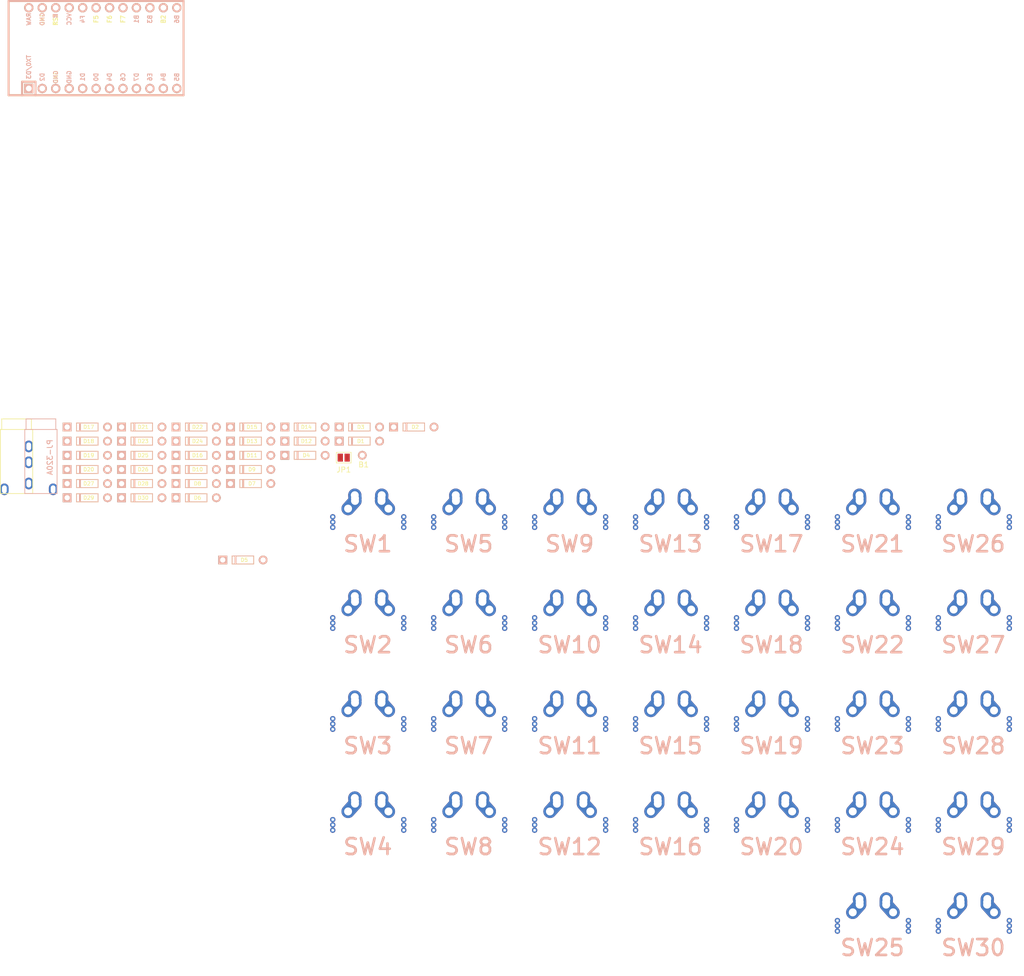
<source format=kicad_pcb>
(kicad_pcb (version 20171130) (host pcbnew "(5.1.2)-2")
  (layers (0 F.Cu signal) (31 B.Cu signal) (34 B.Paste user) (35 F.Paste user) (36 B.SilkS user) (37 F.SilkS user) (38 B.Mask user) (39 F.Mask user) (44 Edge.Cuts user))
  (net 0 "")
  (net 1 RGBBreakout)
  (net 2 Row0)
  (net 3 "Net-(D1-Pad1)")
  (net 4 Row1)
  (net 5 "Net-(D2-Pad1)")
  (net 6 Row2)
  (net 7 "Net-(D3-Pad1)")
  (net 8 Row3)
  (net 9 "Net-(D4-Pad1)")
  (net 10 "Net-(D5-Pad1)")
  (net 11 "Net-(D6-Pad1)")
  (net 12 "Net-(D7-Pad1)")
  (net 13 "Net-(D8-Pad1)")
  (net 14 "Net-(D9-Pad1)")
  (net 15 "Net-(D10-Pad1)")
  (net 16 "Net-(D11-Pad1)")
  (net 17 "Net-(D12-Pad1)")
  (net 18 "Net-(D13-Pad1)")
  (net 19 "Net-(D14-Pad1)")
  (net 20 "Net-(D15-Pad1)")
  (net 21 "Net-(D16-Pad1)")
  (net 22 "Net-(D17-Pad1)")
  (net 23 "Net-(D18-Pad1)")
  (net 24 "Net-(D19-Pad1)")
  (net 25 "Net-(D20-Pad1)")
  (net 26 "Net-(D21-Pad1)")
  (net 27 "Net-(D22-Pad1)")
  (net 28 "Net-(D23-Pad1)")
  (net 29 "Net-(D24-Pad1)")
  (net 30 Row4)
  (net 31 "Net-(D25-Pad1)")
  (net 32 "Net-(D26-Pad1)")
  (net 33 "Net-(D27-Pad1)")
  (net 34 "Net-(D28-Pad1)")
  (net 35 "Net-(D29-Pad1)")
  (net 36 "Net-(D30-Pad1)")
  (net 37 "Net-(JP1-Pad1)")
  (net 38 CommVcc)
  (net 39 Col0)
  (net 40 Col1)
  (net 41 Col2)
  (net 42 Col3)
  (net 43 Col4)
  (net 44 Col5)
  (net 45 Col6)
  (module KeyboardFootprints:MX_Removable (layer F.Cu) (at 226.21875 225.425)
    (fp_text reference SW30 (at -0.09 4.13) (layer B.SilkS) (effects (font (size 3 3) (thickness 0.5))))
    (fp_text value Switch hide)
    (pad HOLE np_thru_hole circle (at 5.08 0) (size 1.8 1.8) (drill 1.8) (layers *.Cu))
    (pad 2 smd oval (at 2.52 -4.79 356.055) (size 2.5 3.081378) (layers F.Cu F.Paste F.Mask) (net 36 "Net-(D30-Pad1)"))
    (pad 1 thru_hole circle (at -3.81 -2.54 330.95) (size 2 2) (drill 1.5) (layers *.Cu *.Mask) (net 45 Col6))
    (pad 2 smd oval (at 3.155 -3.27 221.9) (size 2.5 4.461556) (layers B.Cu B.Paste B.Mask) (net 36 "Net-(D30-Pad1)"))
    (pad 1 smd oval (at -2.52 -4.79 3.945) (size 2.5 3.081378) (layers B.Cu B.Paste B.Mask) (net 45 Col6))
    (pad 1 thru_hole circle (at -2.54 -5.08 331) (size 2 2) (drill 1.5) (layers *.Cu *.Mask) (net 45 Col6))
    (pad 1 smd oval (at -3.155 -3.27 138.1) (size 2.5 4.461556) (layers F.Cu F.Paste F.Mask) (net 45 Col6))
    (pad 2 thru_hole circle (at 2.5 -4) (size 2 2) (drill 1.5) (layers *.Cu *.Mask) (net 36 "Net-(D30-Pad1)"))
    (pad 1 smd oval (at -3.155 -3.27 138.1) (size 2.5 4.461556) (layers B.Cu B.Paste B.Mask) (net 45 Col6))
    (pad 2 thru_hole circle (at 2.54 -5.08 330.95) (size 2 2) (drill 1.5) (layers *.Cu *.Mask) (net 36 "Net-(D30-Pad1)"))
    (pad 2 thru_hole circle (at 2.5 -4.5 330.95) (size 2 2) (drill 1.5) (layers *.Cu *.Mask) (net 36 "Net-(D30-Pad1)"))
    (pad 2 smd oval (at 2.52 -4.79 356.055) (size 2.5 3.081378) (layers B.Cu B.Paste B.Mask) (net 36 "Net-(D30-Pad1)"))
    (pad 2 thru_hole circle (at 3.81 -2.54 330.95) (size 2 2) (drill 1.5) (layers *.Cu *.Mask) (net 36 "Net-(D30-Pad1)"))
    (pad 1 thru_hole circle (at -2.5 -4.5 330.95) (size 2 2) (drill 1.5) (layers *.Cu *.Mask) (net 45 Col6))
    (pad 1 smd oval (at -2.52 -4.79 3.945) (size 2.5 3.081378) (layers F.Cu F.Paste F.Mask) (net 45 Col6))
    (pad 1 thru_hole circle (at -2.5 -4 330.95) (size 2 2) (drill 1.5) (layers *.Cu *.Mask) (net 45 Col6))
    (pad 2 smd oval (at 3.155 -3.27 221.9) (size 2.5 4.461556) (layers F.Cu F.Paste F.Mask) (net 36 "Net-(D30-Pad1)"))
    (pad HOLE np_thru_hole circle (at 0 0) (size 3.9878 3.9878) (drill 3.9878) (layers *.Cu))
    (pad HOLE np_thru_hole circle (at -5.08 0) (size 1.8 1.8) (drill 1.8) (layers *.Cu))
    (pad 2 thru_hole circle (at 6.699752 -1 90) (size 1 1) (drill 0.5) (layers *.Cu *.Paste *.Mask) (net 36 "Net-(D30-Pad1)"))
    (pad 2 thru_hole circle (at 6.699752 0 90) (size 1 1) (drill 0.5) (layers *.Cu *.Paste *.Mask) (net 36 "Net-(D30-Pad1)"))
    (pad 2 thru_hole circle (at 6.699752 1 90) (size 1 1) (drill 0.5) (layers *.Cu *.Paste *.Mask) (net 36 "Net-(D30-Pad1)"))
    (pad 1 thru_hole circle (at -6.700248 1 90) (size 1 1) (drill 0.5) (layers *.Cu *.Paste *.Mask) (net 45 Col6))
    (pad 1 thru_hole circle (at -6.700248 0 90) (size 1 1) (drill 0.5) (layers *.Cu *.Paste *.Mask) (net 45 Col6))
    (pad 1 thru_hole circle (at -6.700248 -1 90) (size 1 1) (drill 0.5) (layers *.Cu *.Paste *.Mask) (net 45 Col6))
  )
  (module KeyboardFootprints:MX_Removable (layer F.Cu) (at 226.21875 206.375)
    (fp_text reference SW29 (at -0.09 4.13) (layer B.SilkS) (effects (font (size 3 3) (thickness 0.5))))
    (fp_text value Switch hide)
    (pad HOLE np_thru_hole circle (at 5.08 0) (size 1.8 1.8) (drill 1.8) (layers *.Cu))
    (pad 2 smd oval (at 2.52 -4.79 356.055) (size 2.5 3.081378) (layers F.Cu F.Paste F.Mask) (net 35 "Net-(D29-Pad1)"))
    (pad 1 thru_hole circle (at -3.81 -2.54 330.95) (size 2 2) (drill 1.5) (layers *.Cu *.Mask) (net 45 Col6))
    (pad 2 smd oval (at 3.155 -3.27 221.9) (size 2.5 4.461556) (layers B.Cu B.Paste B.Mask) (net 35 "Net-(D29-Pad1)"))
    (pad 1 smd oval (at -2.52 -4.79 3.945) (size 2.5 3.081378) (layers B.Cu B.Paste B.Mask) (net 45 Col6))
    (pad 1 thru_hole circle (at -2.54 -5.08 331) (size 2 2) (drill 1.5) (layers *.Cu *.Mask) (net 45 Col6))
    (pad 1 smd oval (at -3.155 -3.27 138.1) (size 2.5 4.461556) (layers F.Cu F.Paste F.Mask) (net 45 Col6))
    (pad 2 thru_hole circle (at 2.5 -4) (size 2 2) (drill 1.5) (layers *.Cu *.Mask) (net 35 "Net-(D29-Pad1)"))
    (pad 1 smd oval (at -3.155 -3.27 138.1) (size 2.5 4.461556) (layers B.Cu B.Paste B.Mask) (net 45 Col6))
    (pad 2 thru_hole circle (at 2.54 -5.08 330.95) (size 2 2) (drill 1.5) (layers *.Cu *.Mask) (net 35 "Net-(D29-Pad1)"))
    (pad 2 thru_hole circle (at 2.5 -4.5 330.95) (size 2 2) (drill 1.5) (layers *.Cu *.Mask) (net 35 "Net-(D29-Pad1)"))
    (pad 2 smd oval (at 2.52 -4.79 356.055) (size 2.5 3.081378) (layers B.Cu B.Paste B.Mask) (net 35 "Net-(D29-Pad1)"))
    (pad 2 thru_hole circle (at 3.81 -2.54 330.95) (size 2 2) (drill 1.5) (layers *.Cu *.Mask) (net 35 "Net-(D29-Pad1)"))
    (pad 1 thru_hole circle (at -2.5 -4.5 330.95) (size 2 2) (drill 1.5) (layers *.Cu *.Mask) (net 45 Col6))
    (pad 1 smd oval (at -2.52 -4.79 3.945) (size 2.5 3.081378) (layers F.Cu F.Paste F.Mask) (net 45 Col6))
    (pad 1 thru_hole circle (at -2.5 -4 330.95) (size 2 2) (drill 1.5) (layers *.Cu *.Mask) (net 45 Col6))
    (pad 2 smd oval (at 3.155 -3.27 221.9) (size 2.5 4.461556) (layers F.Cu F.Paste F.Mask) (net 35 "Net-(D29-Pad1)"))
    (pad HOLE np_thru_hole circle (at 0 0) (size 3.9878 3.9878) (drill 3.9878) (layers *.Cu))
    (pad HOLE np_thru_hole circle (at -5.08 0) (size 1.8 1.8) (drill 1.8) (layers *.Cu))
    (pad 2 thru_hole circle (at 6.699752 -1 90) (size 1 1) (drill 0.5) (layers *.Cu *.Paste *.Mask) (net 35 "Net-(D29-Pad1)"))
    (pad 2 thru_hole circle (at 6.699752 0 90) (size 1 1) (drill 0.5) (layers *.Cu *.Paste *.Mask) (net 35 "Net-(D29-Pad1)"))
    (pad 2 thru_hole circle (at 6.699752 1 90) (size 1 1) (drill 0.5) (layers *.Cu *.Paste *.Mask) (net 35 "Net-(D29-Pad1)"))
    (pad 1 thru_hole circle (at -6.700248 1 90) (size 1 1) (drill 0.5) (layers *.Cu *.Paste *.Mask) (net 45 Col6))
    (pad 1 thru_hole circle (at -6.700248 0 90) (size 1 1) (drill 0.5) (layers *.Cu *.Paste *.Mask) (net 45 Col6))
    (pad 1 thru_hole circle (at -6.700248 -1 90) (size 1 1) (drill 0.5) (layers *.Cu *.Paste *.Mask) (net 45 Col6))
  )
  (module KeyboardFootprints:MX_Removable (layer F.Cu) (at 226.21875 187.325)
    (fp_text reference SW28 (at -0.09 4.13) (layer B.SilkS) (effects (font (size 3 3) (thickness 0.5))))
    (fp_text value Switch hide)
    (pad HOLE np_thru_hole circle (at 5.08 0) (size 1.8 1.8) (drill 1.8) (layers *.Cu))
    (pad 2 smd oval (at 2.52 -4.79 356.055) (size 2.5 3.081378) (layers F.Cu F.Paste F.Mask) (net 34 "Net-(D28-Pad1)"))
    (pad 1 thru_hole circle (at -3.81 -2.54 330.95) (size 2 2) (drill 1.5) (layers *.Cu *.Mask) (net 45 Col6))
    (pad 2 smd oval (at 3.155 -3.27 221.9) (size 2.5 4.461556) (layers B.Cu B.Paste B.Mask) (net 34 "Net-(D28-Pad1)"))
    (pad 1 smd oval (at -2.52 -4.79 3.945) (size 2.5 3.081378) (layers B.Cu B.Paste B.Mask) (net 45 Col6))
    (pad 1 thru_hole circle (at -2.54 -5.08 331) (size 2 2) (drill 1.5) (layers *.Cu *.Mask) (net 45 Col6))
    (pad 1 smd oval (at -3.155 -3.27 138.1) (size 2.5 4.461556) (layers F.Cu F.Paste F.Mask) (net 45 Col6))
    (pad 2 thru_hole circle (at 2.5 -4) (size 2 2) (drill 1.5) (layers *.Cu *.Mask) (net 34 "Net-(D28-Pad1)"))
    (pad 1 smd oval (at -3.155 -3.27 138.1) (size 2.5 4.461556) (layers B.Cu B.Paste B.Mask) (net 45 Col6))
    (pad 2 thru_hole circle (at 2.54 -5.08 330.95) (size 2 2) (drill 1.5) (layers *.Cu *.Mask) (net 34 "Net-(D28-Pad1)"))
    (pad 2 thru_hole circle (at 2.5 -4.5 330.95) (size 2 2) (drill 1.5) (layers *.Cu *.Mask) (net 34 "Net-(D28-Pad1)"))
    (pad 2 smd oval (at 2.52 -4.79 356.055) (size 2.5 3.081378) (layers B.Cu B.Paste B.Mask) (net 34 "Net-(D28-Pad1)"))
    (pad 2 thru_hole circle (at 3.81 -2.54 330.95) (size 2 2) (drill 1.5) (layers *.Cu *.Mask) (net 34 "Net-(D28-Pad1)"))
    (pad 1 thru_hole circle (at -2.5 -4.5 330.95) (size 2 2) (drill 1.5) (layers *.Cu *.Mask) (net 45 Col6))
    (pad 1 smd oval (at -2.52 -4.79 3.945) (size 2.5 3.081378) (layers F.Cu F.Paste F.Mask) (net 45 Col6))
    (pad 1 thru_hole circle (at -2.5 -4 330.95) (size 2 2) (drill 1.5) (layers *.Cu *.Mask) (net 45 Col6))
    (pad 2 smd oval (at 3.155 -3.27 221.9) (size 2.5 4.461556) (layers F.Cu F.Paste F.Mask) (net 34 "Net-(D28-Pad1)"))
    (pad HOLE np_thru_hole circle (at 0 0) (size 3.9878 3.9878) (drill 3.9878) (layers *.Cu))
    (pad HOLE np_thru_hole circle (at -5.08 0) (size 1.8 1.8) (drill 1.8) (layers *.Cu))
    (pad 2 thru_hole circle (at 6.699752 -1 90) (size 1 1) (drill 0.5) (layers *.Cu *.Paste *.Mask) (net 34 "Net-(D28-Pad1)"))
    (pad 2 thru_hole circle (at 6.699752 0 90) (size 1 1) (drill 0.5) (layers *.Cu *.Paste *.Mask) (net 34 "Net-(D28-Pad1)"))
    (pad 2 thru_hole circle (at 6.699752 1 90) (size 1 1) (drill 0.5) (layers *.Cu *.Paste *.Mask) (net 34 "Net-(D28-Pad1)"))
    (pad 1 thru_hole circle (at -6.700248 1 90) (size 1 1) (drill 0.5) (layers *.Cu *.Paste *.Mask) (net 45 Col6))
    (pad 1 thru_hole circle (at -6.700248 0 90) (size 1 1) (drill 0.5) (layers *.Cu *.Paste *.Mask) (net 45 Col6))
    (pad 1 thru_hole circle (at -6.700248 -1 90) (size 1 1) (drill 0.5) (layers *.Cu *.Paste *.Mask) (net 45 Col6))
  )
  (module KeyboardFootprints:MX_Removable (layer F.Cu) (at 226.21875 168.275)
    (fp_text reference SW27 (at -0.09 4.13) (layer B.SilkS) (effects (font (size 3 3) (thickness 0.5))))
    (fp_text value Switch hide)
    (pad HOLE np_thru_hole circle (at 5.08 0) (size 1.8 1.8) (drill 1.8) (layers *.Cu))
    (pad 2 smd oval (at 2.52 -4.79 356.055) (size 2.5 3.081378) (layers F.Cu F.Paste F.Mask) (net 33 "Net-(D27-Pad1)"))
    (pad 1 thru_hole circle (at -3.81 -2.54 330.95) (size 2 2) (drill 1.5) (layers *.Cu *.Mask) (net 45 Col6))
    (pad 2 smd oval (at 3.155 -3.27 221.9) (size 2.5 4.461556) (layers B.Cu B.Paste B.Mask) (net 33 "Net-(D27-Pad1)"))
    (pad 1 smd oval (at -2.52 -4.79 3.945) (size 2.5 3.081378) (layers B.Cu B.Paste B.Mask) (net 45 Col6))
    (pad 1 thru_hole circle (at -2.54 -5.08 331) (size 2 2) (drill 1.5) (layers *.Cu *.Mask) (net 45 Col6))
    (pad 1 smd oval (at -3.155 -3.27 138.1) (size 2.5 4.461556) (layers F.Cu F.Paste F.Mask) (net 45 Col6))
    (pad 2 thru_hole circle (at 2.5 -4) (size 2 2) (drill 1.5) (layers *.Cu *.Mask) (net 33 "Net-(D27-Pad1)"))
    (pad 1 smd oval (at -3.155 -3.27 138.1) (size 2.5 4.461556) (layers B.Cu B.Paste B.Mask) (net 45 Col6))
    (pad 2 thru_hole circle (at 2.54 -5.08 330.95) (size 2 2) (drill 1.5) (layers *.Cu *.Mask) (net 33 "Net-(D27-Pad1)"))
    (pad 2 thru_hole circle (at 2.5 -4.5 330.95) (size 2 2) (drill 1.5) (layers *.Cu *.Mask) (net 33 "Net-(D27-Pad1)"))
    (pad 2 smd oval (at 2.52 -4.79 356.055) (size 2.5 3.081378) (layers B.Cu B.Paste B.Mask) (net 33 "Net-(D27-Pad1)"))
    (pad 2 thru_hole circle (at 3.81 -2.54 330.95) (size 2 2) (drill 1.5) (layers *.Cu *.Mask) (net 33 "Net-(D27-Pad1)"))
    (pad 1 thru_hole circle (at -2.5 -4.5 330.95) (size 2 2) (drill 1.5) (layers *.Cu *.Mask) (net 45 Col6))
    (pad 1 smd oval (at -2.52 -4.79 3.945) (size 2.5 3.081378) (layers F.Cu F.Paste F.Mask) (net 45 Col6))
    (pad 1 thru_hole circle (at -2.5 -4 330.95) (size 2 2) (drill 1.5) (layers *.Cu *.Mask) (net 45 Col6))
    (pad 2 smd oval (at 3.155 -3.27 221.9) (size 2.5 4.461556) (layers F.Cu F.Paste F.Mask) (net 33 "Net-(D27-Pad1)"))
    (pad HOLE np_thru_hole circle (at 0 0) (size 3.9878 3.9878) (drill 3.9878) (layers *.Cu))
    (pad HOLE np_thru_hole circle (at -5.08 0) (size 1.8 1.8) (drill 1.8) (layers *.Cu))
    (pad 2 thru_hole circle (at 6.699752 -1 90) (size 1 1) (drill 0.5) (layers *.Cu *.Paste *.Mask) (net 33 "Net-(D27-Pad1)"))
    (pad 2 thru_hole circle (at 6.699752 0 90) (size 1 1) (drill 0.5) (layers *.Cu *.Paste *.Mask) (net 33 "Net-(D27-Pad1)"))
    (pad 2 thru_hole circle (at 6.699752 1 90) (size 1 1) (drill 0.5) (layers *.Cu *.Paste *.Mask) (net 33 "Net-(D27-Pad1)"))
    (pad 1 thru_hole circle (at -6.700248 1 90) (size 1 1) (drill 0.5) (layers *.Cu *.Paste *.Mask) (net 45 Col6))
    (pad 1 thru_hole circle (at -6.700248 0 90) (size 1 1) (drill 0.5) (layers *.Cu *.Paste *.Mask) (net 45 Col6))
    (pad 1 thru_hole circle (at -6.700248 -1 90) (size 1 1) (drill 0.5) (layers *.Cu *.Paste *.Mask) (net 45 Col6))
  )
  (module KeyboardFootprints:MX_Removable (layer F.Cu) (at 226.21875 149.225)
    (fp_text reference SW26 (at -0.09 4.13) (layer B.SilkS) (effects (font (size 3 3) (thickness 0.5))))
    (fp_text value Switch hide)
    (pad HOLE np_thru_hole circle (at 5.08 0) (size 1.8 1.8) (drill 1.8) (layers *.Cu))
    (pad 2 smd oval (at 2.52 -4.79 356.055) (size 2.5 3.081378) (layers F.Cu F.Paste F.Mask) (net 32 "Net-(D26-Pad1)"))
    (pad 1 thru_hole circle (at -3.81 -2.54 330.95) (size 2 2) (drill 1.5) (layers *.Cu *.Mask) (net 45 Col6))
    (pad 2 smd oval (at 3.155 -3.27 221.9) (size 2.5 4.461556) (layers B.Cu B.Paste B.Mask) (net 32 "Net-(D26-Pad1)"))
    (pad 1 smd oval (at -2.52 -4.79 3.945) (size 2.5 3.081378) (layers B.Cu B.Paste B.Mask) (net 45 Col6))
    (pad 1 thru_hole circle (at -2.54 -5.08 331) (size 2 2) (drill 1.5) (layers *.Cu *.Mask) (net 45 Col6))
    (pad 1 smd oval (at -3.155 -3.27 138.1) (size 2.5 4.461556) (layers F.Cu F.Paste F.Mask) (net 45 Col6))
    (pad 2 thru_hole circle (at 2.5 -4) (size 2 2) (drill 1.5) (layers *.Cu *.Mask) (net 32 "Net-(D26-Pad1)"))
    (pad 1 smd oval (at -3.155 -3.27 138.1) (size 2.5 4.461556) (layers B.Cu B.Paste B.Mask) (net 45 Col6))
    (pad 2 thru_hole circle (at 2.54 -5.08 330.95) (size 2 2) (drill 1.5) (layers *.Cu *.Mask) (net 32 "Net-(D26-Pad1)"))
    (pad 2 thru_hole circle (at 2.5 -4.5 330.95) (size 2 2) (drill 1.5) (layers *.Cu *.Mask) (net 32 "Net-(D26-Pad1)"))
    (pad 2 smd oval (at 2.52 -4.79 356.055) (size 2.5 3.081378) (layers B.Cu B.Paste B.Mask) (net 32 "Net-(D26-Pad1)"))
    (pad 2 thru_hole circle (at 3.81 -2.54 330.95) (size 2 2) (drill 1.5) (layers *.Cu *.Mask) (net 32 "Net-(D26-Pad1)"))
    (pad 1 thru_hole circle (at -2.5 -4.5 330.95) (size 2 2) (drill 1.5) (layers *.Cu *.Mask) (net 45 Col6))
    (pad 1 smd oval (at -2.52 -4.79 3.945) (size 2.5 3.081378) (layers F.Cu F.Paste F.Mask) (net 45 Col6))
    (pad 1 thru_hole circle (at -2.5 -4 330.95) (size 2 2) (drill 1.5) (layers *.Cu *.Mask) (net 45 Col6))
    (pad 2 smd oval (at 3.155 -3.27 221.9) (size 2.5 4.461556) (layers F.Cu F.Paste F.Mask) (net 32 "Net-(D26-Pad1)"))
    (pad HOLE np_thru_hole circle (at 0 0) (size 3.9878 3.9878) (drill 3.9878) (layers *.Cu))
    (pad HOLE np_thru_hole circle (at -5.08 0) (size 1.8 1.8) (drill 1.8) (layers *.Cu))
    (pad 2 thru_hole circle (at 6.699752 -1 90) (size 1 1) (drill 0.5) (layers *.Cu *.Paste *.Mask) (net 32 "Net-(D26-Pad1)"))
    (pad 2 thru_hole circle (at 6.699752 0 90) (size 1 1) (drill 0.5) (layers *.Cu *.Paste *.Mask) (net 32 "Net-(D26-Pad1)"))
    (pad 2 thru_hole circle (at 6.699752 1 90) (size 1 1) (drill 0.5) (layers *.Cu *.Paste *.Mask) (net 32 "Net-(D26-Pad1)"))
    (pad 1 thru_hole circle (at -6.700248 1 90) (size 1 1) (drill 0.5) (layers *.Cu *.Paste *.Mask) (net 45 Col6))
    (pad 1 thru_hole circle (at -6.700248 0 90) (size 1 1) (drill 0.5) (layers *.Cu *.Paste *.Mask) (net 45 Col6))
    (pad 1 thru_hole circle (at -6.700248 -1 90) (size 1 1) (drill 0.5) (layers *.Cu *.Paste *.Mask) (net 45 Col6))
  )
  (module KeyboardFootprints:MX_Removable (layer F.Cu) (at 207.16875 225.425)
    (fp_text reference SW25 (at -0.09 4.13) (layer B.SilkS) (effects (font (size 3 3) (thickness 0.5))))
    (fp_text value Switch hide)
    (pad HOLE np_thru_hole circle (at 5.08 0) (size 1.8 1.8) (drill 1.8) (layers *.Cu))
    (pad 2 smd oval (at 2.52 -4.79 356.055) (size 2.5 3.081378) (layers F.Cu F.Paste F.Mask) (net 31 "Net-(D25-Pad1)"))
    (pad 1 thru_hole circle (at -3.81 -2.54 330.95) (size 2 2) (drill 1.5) (layers *.Cu *.Mask) (net 44 Col5))
    (pad 2 smd oval (at 3.155 -3.27 221.9) (size 2.5 4.461556) (layers B.Cu B.Paste B.Mask) (net 31 "Net-(D25-Pad1)"))
    (pad 1 smd oval (at -2.52 -4.79 3.945) (size 2.5 3.081378) (layers B.Cu B.Paste B.Mask) (net 44 Col5))
    (pad 1 thru_hole circle (at -2.54 -5.08 331) (size 2 2) (drill 1.5) (layers *.Cu *.Mask) (net 44 Col5))
    (pad 1 smd oval (at -3.155 -3.27 138.1) (size 2.5 4.461556) (layers F.Cu F.Paste F.Mask) (net 44 Col5))
    (pad 2 thru_hole circle (at 2.5 -4) (size 2 2) (drill 1.5) (layers *.Cu *.Mask) (net 31 "Net-(D25-Pad1)"))
    (pad 1 smd oval (at -3.155 -3.27 138.1) (size 2.5 4.461556) (layers B.Cu B.Paste B.Mask) (net 44 Col5))
    (pad 2 thru_hole circle (at 2.54 -5.08 330.95) (size 2 2) (drill 1.5) (layers *.Cu *.Mask) (net 31 "Net-(D25-Pad1)"))
    (pad 2 thru_hole circle (at 2.5 -4.5 330.95) (size 2 2) (drill 1.5) (layers *.Cu *.Mask) (net 31 "Net-(D25-Pad1)"))
    (pad 2 smd oval (at 2.52 -4.79 356.055) (size 2.5 3.081378) (layers B.Cu B.Paste B.Mask) (net 31 "Net-(D25-Pad1)"))
    (pad 2 thru_hole circle (at 3.81 -2.54 330.95) (size 2 2) (drill 1.5) (layers *.Cu *.Mask) (net 31 "Net-(D25-Pad1)"))
    (pad 1 thru_hole circle (at -2.5 -4.5 330.95) (size 2 2) (drill 1.5) (layers *.Cu *.Mask) (net 44 Col5))
    (pad 1 smd oval (at -2.52 -4.79 3.945) (size 2.5 3.081378) (layers F.Cu F.Paste F.Mask) (net 44 Col5))
    (pad 1 thru_hole circle (at -2.5 -4 330.95) (size 2 2) (drill 1.5) (layers *.Cu *.Mask) (net 44 Col5))
    (pad 2 smd oval (at 3.155 -3.27 221.9) (size 2.5 4.461556) (layers F.Cu F.Paste F.Mask) (net 31 "Net-(D25-Pad1)"))
    (pad HOLE np_thru_hole circle (at 0 0) (size 3.9878 3.9878) (drill 3.9878) (layers *.Cu))
    (pad HOLE np_thru_hole circle (at -5.08 0) (size 1.8 1.8) (drill 1.8) (layers *.Cu))
    (pad 2 thru_hole circle (at 6.699752 -1 90) (size 1 1) (drill 0.5) (layers *.Cu *.Paste *.Mask) (net 31 "Net-(D25-Pad1)"))
    (pad 2 thru_hole circle (at 6.699752 0 90) (size 1 1) (drill 0.5) (layers *.Cu *.Paste *.Mask) (net 31 "Net-(D25-Pad1)"))
    (pad 2 thru_hole circle (at 6.699752 1 90) (size 1 1) (drill 0.5) (layers *.Cu *.Paste *.Mask) (net 31 "Net-(D25-Pad1)"))
    (pad 1 thru_hole circle (at -6.700248 1 90) (size 1 1) (drill 0.5) (layers *.Cu *.Paste *.Mask) (net 44 Col5))
    (pad 1 thru_hole circle (at -6.700248 0 90) (size 1 1) (drill 0.5) (layers *.Cu *.Paste *.Mask) (net 44 Col5))
    (pad 1 thru_hole circle (at -6.700248 -1 90) (size 1 1) (drill 0.5) (layers *.Cu *.Paste *.Mask) (net 44 Col5))
  )
  (module KeyboardFootprints:MX_Removable (layer F.Cu) (at 207.16875 206.375)
    (fp_text reference SW24 (at -0.09 4.13) (layer B.SilkS) (effects (font (size 3 3) (thickness 0.5))))
    (fp_text value Switch hide)
    (pad HOLE np_thru_hole circle (at 5.08 0) (size 1.8 1.8) (drill 1.8) (layers *.Cu))
    (pad 2 smd oval (at 2.52 -4.79 356.055) (size 2.5 3.081378) (layers F.Cu F.Paste F.Mask) (net 29 "Net-(D24-Pad1)"))
    (pad 1 thru_hole circle (at -3.81 -2.54 330.95) (size 2 2) (drill 1.5) (layers *.Cu *.Mask) (net 44 Col5))
    (pad 2 smd oval (at 3.155 -3.27 221.9) (size 2.5 4.461556) (layers B.Cu B.Paste B.Mask) (net 29 "Net-(D24-Pad1)"))
    (pad 1 smd oval (at -2.52 -4.79 3.945) (size 2.5 3.081378) (layers B.Cu B.Paste B.Mask) (net 44 Col5))
    (pad 1 thru_hole circle (at -2.54 -5.08 331) (size 2 2) (drill 1.5) (layers *.Cu *.Mask) (net 44 Col5))
    (pad 1 smd oval (at -3.155 -3.27 138.1) (size 2.5 4.461556) (layers F.Cu F.Paste F.Mask) (net 44 Col5))
    (pad 2 thru_hole circle (at 2.5 -4) (size 2 2) (drill 1.5) (layers *.Cu *.Mask) (net 29 "Net-(D24-Pad1)"))
    (pad 1 smd oval (at -3.155 -3.27 138.1) (size 2.5 4.461556) (layers B.Cu B.Paste B.Mask) (net 44 Col5))
    (pad 2 thru_hole circle (at 2.54 -5.08 330.95) (size 2 2) (drill 1.5) (layers *.Cu *.Mask) (net 29 "Net-(D24-Pad1)"))
    (pad 2 thru_hole circle (at 2.5 -4.5 330.95) (size 2 2) (drill 1.5) (layers *.Cu *.Mask) (net 29 "Net-(D24-Pad1)"))
    (pad 2 smd oval (at 2.52 -4.79 356.055) (size 2.5 3.081378) (layers B.Cu B.Paste B.Mask) (net 29 "Net-(D24-Pad1)"))
    (pad 2 thru_hole circle (at 3.81 -2.54 330.95) (size 2 2) (drill 1.5) (layers *.Cu *.Mask) (net 29 "Net-(D24-Pad1)"))
    (pad 1 thru_hole circle (at -2.5 -4.5 330.95) (size 2 2) (drill 1.5) (layers *.Cu *.Mask) (net 44 Col5))
    (pad 1 smd oval (at -2.52 -4.79 3.945) (size 2.5 3.081378) (layers F.Cu F.Paste F.Mask) (net 44 Col5))
    (pad 1 thru_hole circle (at -2.5 -4 330.95) (size 2 2) (drill 1.5) (layers *.Cu *.Mask) (net 44 Col5))
    (pad 2 smd oval (at 3.155 -3.27 221.9) (size 2.5 4.461556) (layers F.Cu F.Paste F.Mask) (net 29 "Net-(D24-Pad1)"))
    (pad HOLE np_thru_hole circle (at 0 0) (size 3.9878 3.9878) (drill 3.9878) (layers *.Cu))
    (pad HOLE np_thru_hole circle (at -5.08 0) (size 1.8 1.8) (drill 1.8) (layers *.Cu))
    (pad 2 thru_hole circle (at 6.699752 -1 90) (size 1 1) (drill 0.5) (layers *.Cu *.Paste *.Mask) (net 29 "Net-(D24-Pad1)"))
    (pad 2 thru_hole circle (at 6.699752 0 90) (size 1 1) (drill 0.5) (layers *.Cu *.Paste *.Mask) (net 29 "Net-(D24-Pad1)"))
    (pad 2 thru_hole circle (at 6.699752 1 90) (size 1 1) (drill 0.5) (layers *.Cu *.Paste *.Mask) (net 29 "Net-(D24-Pad1)"))
    (pad 1 thru_hole circle (at -6.700248 1 90) (size 1 1) (drill 0.5) (layers *.Cu *.Paste *.Mask) (net 44 Col5))
    (pad 1 thru_hole circle (at -6.700248 0 90) (size 1 1) (drill 0.5) (layers *.Cu *.Paste *.Mask) (net 44 Col5))
    (pad 1 thru_hole circle (at -6.700248 -1 90) (size 1 1) (drill 0.5) (layers *.Cu *.Paste *.Mask) (net 44 Col5))
  )
  (module KeyboardFootprints:MX_Removable (layer F.Cu) (at 207.16875 187.325)
    (fp_text reference SW23 (at -0.09 4.13) (layer B.SilkS) (effects (font (size 3 3) (thickness 0.5))))
    (fp_text value Switch hide)
    (pad HOLE np_thru_hole circle (at 5.08 0) (size 1.8 1.8) (drill 1.8) (layers *.Cu))
    (pad 2 smd oval (at 2.52 -4.79 356.055) (size 2.5 3.081378) (layers F.Cu F.Paste F.Mask) (net 28 "Net-(D23-Pad1)"))
    (pad 1 thru_hole circle (at -3.81 -2.54 330.95) (size 2 2) (drill 1.5) (layers *.Cu *.Mask) (net 44 Col5))
    (pad 2 smd oval (at 3.155 -3.27 221.9) (size 2.5 4.461556) (layers B.Cu B.Paste B.Mask) (net 28 "Net-(D23-Pad1)"))
    (pad 1 smd oval (at -2.52 -4.79 3.945) (size 2.5 3.081378) (layers B.Cu B.Paste B.Mask) (net 44 Col5))
    (pad 1 thru_hole circle (at -2.54 -5.08 331) (size 2 2) (drill 1.5) (layers *.Cu *.Mask) (net 44 Col5))
    (pad 1 smd oval (at -3.155 -3.27 138.1) (size 2.5 4.461556) (layers F.Cu F.Paste F.Mask) (net 44 Col5))
    (pad 2 thru_hole circle (at 2.5 -4) (size 2 2) (drill 1.5) (layers *.Cu *.Mask) (net 28 "Net-(D23-Pad1)"))
    (pad 1 smd oval (at -3.155 -3.27 138.1) (size 2.5 4.461556) (layers B.Cu B.Paste B.Mask) (net 44 Col5))
    (pad 2 thru_hole circle (at 2.54 -5.08 330.95) (size 2 2) (drill 1.5) (layers *.Cu *.Mask) (net 28 "Net-(D23-Pad1)"))
    (pad 2 thru_hole circle (at 2.5 -4.5 330.95) (size 2 2) (drill 1.5) (layers *.Cu *.Mask) (net 28 "Net-(D23-Pad1)"))
    (pad 2 smd oval (at 2.52 -4.79 356.055) (size 2.5 3.081378) (layers B.Cu B.Paste B.Mask) (net 28 "Net-(D23-Pad1)"))
    (pad 2 thru_hole circle (at 3.81 -2.54 330.95) (size 2 2) (drill 1.5) (layers *.Cu *.Mask) (net 28 "Net-(D23-Pad1)"))
    (pad 1 thru_hole circle (at -2.5 -4.5 330.95) (size 2 2) (drill 1.5) (layers *.Cu *.Mask) (net 44 Col5))
    (pad 1 smd oval (at -2.52 -4.79 3.945) (size 2.5 3.081378) (layers F.Cu F.Paste F.Mask) (net 44 Col5))
    (pad 1 thru_hole circle (at -2.5 -4 330.95) (size 2 2) (drill 1.5) (layers *.Cu *.Mask) (net 44 Col5))
    (pad 2 smd oval (at 3.155 -3.27 221.9) (size 2.5 4.461556) (layers F.Cu F.Paste F.Mask) (net 28 "Net-(D23-Pad1)"))
    (pad HOLE np_thru_hole circle (at 0 0) (size 3.9878 3.9878) (drill 3.9878) (layers *.Cu))
    (pad HOLE np_thru_hole circle (at -5.08 0) (size 1.8 1.8) (drill 1.8) (layers *.Cu))
    (pad 2 thru_hole circle (at 6.699752 -1 90) (size 1 1) (drill 0.5) (layers *.Cu *.Paste *.Mask) (net 28 "Net-(D23-Pad1)"))
    (pad 2 thru_hole circle (at 6.699752 0 90) (size 1 1) (drill 0.5) (layers *.Cu *.Paste *.Mask) (net 28 "Net-(D23-Pad1)"))
    (pad 2 thru_hole circle (at 6.699752 1 90) (size 1 1) (drill 0.5) (layers *.Cu *.Paste *.Mask) (net 28 "Net-(D23-Pad1)"))
    (pad 1 thru_hole circle (at -6.700248 1 90) (size 1 1) (drill 0.5) (layers *.Cu *.Paste *.Mask) (net 44 Col5))
    (pad 1 thru_hole circle (at -6.700248 0 90) (size 1 1) (drill 0.5) (layers *.Cu *.Paste *.Mask) (net 44 Col5))
    (pad 1 thru_hole circle (at -6.700248 -1 90) (size 1 1) (drill 0.5) (layers *.Cu *.Paste *.Mask) (net 44 Col5))
  )
  (module KeyboardFootprints:MX_Removable (layer F.Cu) (at 207.16875 168.275)
    (fp_text reference SW22 (at -0.09 4.13) (layer B.SilkS) (effects (font (size 3 3) (thickness 0.5))))
    (fp_text value Switch hide)
    (pad HOLE np_thru_hole circle (at 5.08 0) (size 1.8 1.8) (drill 1.8) (layers *.Cu))
    (pad 2 smd oval (at 2.52 -4.79 356.055) (size 2.5 3.081378) (layers F.Cu F.Paste F.Mask) (net 27 "Net-(D22-Pad1)"))
    (pad 1 thru_hole circle (at -3.81 -2.54 330.95) (size 2 2) (drill 1.5) (layers *.Cu *.Mask) (net 44 Col5))
    (pad 2 smd oval (at 3.155 -3.27 221.9) (size 2.5 4.461556) (layers B.Cu B.Paste B.Mask) (net 27 "Net-(D22-Pad1)"))
    (pad 1 smd oval (at -2.52 -4.79 3.945) (size 2.5 3.081378) (layers B.Cu B.Paste B.Mask) (net 44 Col5))
    (pad 1 thru_hole circle (at -2.54 -5.08 331) (size 2 2) (drill 1.5) (layers *.Cu *.Mask) (net 44 Col5))
    (pad 1 smd oval (at -3.155 -3.27 138.1) (size 2.5 4.461556) (layers F.Cu F.Paste F.Mask) (net 44 Col5))
    (pad 2 thru_hole circle (at 2.5 -4) (size 2 2) (drill 1.5) (layers *.Cu *.Mask) (net 27 "Net-(D22-Pad1)"))
    (pad 1 smd oval (at -3.155 -3.27 138.1) (size 2.5 4.461556) (layers B.Cu B.Paste B.Mask) (net 44 Col5))
    (pad 2 thru_hole circle (at 2.54 -5.08 330.95) (size 2 2) (drill 1.5) (layers *.Cu *.Mask) (net 27 "Net-(D22-Pad1)"))
    (pad 2 thru_hole circle (at 2.5 -4.5 330.95) (size 2 2) (drill 1.5) (layers *.Cu *.Mask) (net 27 "Net-(D22-Pad1)"))
    (pad 2 smd oval (at 2.52 -4.79 356.055) (size 2.5 3.081378) (layers B.Cu B.Paste B.Mask) (net 27 "Net-(D22-Pad1)"))
    (pad 2 thru_hole circle (at 3.81 -2.54 330.95) (size 2 2) (drill 1.5) (layers *.Cu *.Mask) (net 27 "Net-(D22-Pad1)"))
    (pad 1 thru_hole circle (at -2.5 -4.5 330.95) (size 2 2) (drill 1.5) (layers *.Cu *.Mask) (net 44 Col5))
    (pad 1 smd oval (at -2.52 -4.79 3.945) (size 2.5 3.081378) (layers F.Cu F.Paste F.Mask) (net 44 Col5))
    (pad 1 thru_hole circle (at -2.5 -4 330.95) (size 2 2) (drill 1.5) (layers *.Cu *.Mask) (net 44 Col5))
    (pad 2 smd oval (at 3.155 -3.27 221.9) (size 2.5 4.461556) (layers F.Cu F.Paste F.Mask) (net 27 "Net-(D22-Pad1)"))
    (pad HOLE np_thru_hole circle (at 0 0) (size 3.9878 3.9878) (drill 3.9878) (layers *.Cu))
    (pad HOLE np_thru_hole circle (at -5.08 0) (size 1.8 1.8) (drill 1.8) (layers *.Cu))
    (pad 2 thru_hole circle (at 6.699752 -1 90) (size 1 1) (drill 0.5) (layers *.Cu *.Paste *.Mask) (net 27 "Net-(D22-Pad1)"))
    (pad 2 thru_hole circle (at 6.699752 0 90) (size 1 1) (drill 0.5) (layers *.Cu *.Paste *.Mask) (net 27 "Net-(D22-Pad1)"))
    (pad 2 thru_hole circle (at 6.699752 1 90) (size 1 1) (drill 0.5) (layers *.Cu *.Paste *.Mask) (net 27 "Net-(D22-Pad1)"))
    (pad 1 thru_hole circle (at -6.700248 1 90) (size 1 1) (drill 0.5) (layers *.Cu *.Paste *.Mask) (net 44 Col5))
    (pad 1 thru_hole circle (at -6.700248 0 90) (size 1 1) (drill 0.5) (layers *.Cu *.Paste *.Mask) (net 44 Col5))
    (pad 1 thru_hole circle (at -6.700248 -1 90) (size 1 1) (drill 0.5) (layers *.Cu *.Paste *.Mask) (net 44 Col5))
  )
  (module KeyboardFootprints:MX_Removable (layer F.Cu) (at 207.16875 149.225)
    (fp_text reference SW21 (at -0.09 4.13) (layer B.SilkS) (effects (font (size 3 3) (thickness 0.5))))
    (fp_text value Switch hide)
    (pad HOLE np_thru_hole circle (at 5.08 0) (size 1.8 1.8) (drill 1.8) (layers *.Cu))
    (pad 2 smd oval (at 2.52 -4.79 356.055) (size 2.5 3.081378) (layers F.Cu F.Paste F.Mask) (net 26 "Net-(D21-Pad1)"))
    (pad 1 thru_hole circle (at -3.81 -2.54 330.95) (size 2 2) (drill 1.5) (layers *.Cu *.Mask) (net 44 Col5))
    (pad 2 smd oval (at 3.155 -3.27 221.9) (size 2.5 4.461556) (layers B.Cu B.Paste B.Mask) (net 26 "Net-(D21-Pad1)"))
    (pad 1 smd oval (at -2.52 -4.79 3.945) (size 2.5 3.081378) (layers B.Cu B.Paste B.Mask) (net 44 Col5))
    (pad 1 thru_hole circle (at -2.54 -5.08 331) (size 2 2) (drill 1.5) (layers *.Cu *.Mask) (net 44 Col5))
    (pad 1 smd oval (at -3.155 -3.27 138.1) (size 2.5 4.461556) (layers F.Cu F.Paste F.Mask) (net 44 Col5))
    (pad 2 thru_hole circle (at 2.5 -4) (size 2 2) (drill 1.5) (layers *.Cu *.Mask) (net 26 "Net-(D21-Pad1)"))
    (pad 1 smd oval (at -3.155 -3.27 138.1) (size 2.5 4.461556) (layers B.Cu B.Paste B.Mask) (net 44 Col5))
    (pad 2 thru_hole circle (at 2.54 -5.08 330.95) (size 2 2) (drill 1.5) (layers *.Cu *.Mask) (net 26 "Net-(D21-Pad1)"))
    (pad 2 thru_hole circle (at 2.5 -4.5 330.95) (size 2 2) (drill 1.5) (layers *.Cu *.Mask) (net 26 "Net-(D21-Pad1)"))
    (pad 2 smd oval (at 2.52 -4.79 356.055) (size 2.5 3.081378) (layers B.Cu B.Paste B.Mask) (net 26 "Net-(D21-Pad1)"))
    (pad 2 thru_hole circle (at 3.81 -2.54 330.95) (size 2 2) (drill 1.5) (layers *.Cu *.Mask) (net 26 "Net-(D21-Pad1)"))
    (pad 1 thru_hole circle (at -2.5 -4.5 330.95) (size 2 2) (drill 1.5) (layers *.Cu *.Mask) (net 44 Col5))
    (pad 1 smd oval (at -2.52 -4.79 3.945) (size 2.5 3.081378) (layers F.Cu F.Paste F.Mask) (net 44 Col5))
    (pad 1 thru_hole circle (at -2.5 -4 330.95) (size 2 2) (drill 1.5) (layers *.Cu *.Mask) (net 44 Col5))
    (pad 2 smd oval (at 3.155 -3.27 221.9) (size 2.5 4.461556) (layers F.Cu F.Paste F.Mask) (net 26 "Net-(D21-Pad1)"))
    (pad HOLE np_thru_hole circle (at 0 0) (size 3.9878 3.9878) (drill 3.9878) (layers *.Cu))
    (pad HOLE np_thru_hole circle (at -5.08 0) (size 1.8 1.8) (drill 1.8) (layers *.Cu))
    (pad 2 thru_hole circle (at 6.699752 -1 90) (size 1 1) (drill 0.5) (layers *.Cu *.Paste *.Mask) (net 26 "Net-(D21-Pad1)"))
    (pad 2 thru_hole circle (at 6.699752 0 90) (size 1 1) (drill 0.5) (layers *.Cu *.Paste *.Mask) (net 26 "Net-(D21-Pad1)"))
    (pad 2 thru_hole circle (at 6.699752 1 90) (size 1 1) (drill 0.5) (layers *.Cu *.Paste *.Mask) (net 26 "Net-(D21-Pad1)"))
    (pad 1 thru_hole circle (at -6.700248 1 90) (size 1 1) (drill 0.5) (layers *.Cu *.Paste *.Mask) (net 44 Col5))
    (pad 1 thru_hole circle (at -6.700248 0 90) (size 1 1) (drill 0.5) (layers *.Cu *.Paste *.Mask) (net 44 Col5))
    (pad 1 thru_hole circle (at -6.700248 -1 90) (size 1 1) (drill 0.5) (layers *.Cu *.Paste *.Mask) (net 44 Col5))
  )
  (module KeyboardFootprints:MX_Removable (layer F.Cu) (at 188.11875 206.375)
    (fp_text reference SW20 (at -0.09 4.13) (layer B.SilkS) (effects (font (size 3 3) (thickness 0.5))))
    (fp_text value Switch hide)
    (pad HOLE np_thru_hole circle (at 5.08 0) (size 1.8 1.8) (drill 1.8) (layers *.Cu))
    (pad 2 smd oval (at 2.52 -4.79 356.055) (size 2.5 3.081378) (layers F.Cu F.Paste F.Mask) (net 25 "Net-(D20-Pad1)"))
    (pad 1 thru_hole circle (at -3.81 -2.54 330.95) (size 2 2) (drill 1.5) (layers *.Cu *.Mask) (net 43 Col4))
    (pad 2 smd oval (at 3.155 -3.27 221.9) (size 2.5 4.461556) (layers B.Cu B.Paste B.Mask) (net 25 "Net-(D20-Pad1)"))
    (pad 1 smd oval (at -2.52 -4.79 3.945) (size 2.5 3.081378) (layers B.Cu B.Paste B.Mask) (net 43 Col4))
    (pad 1 thru_hole circle (at -2.54 -5.08 331) (size 2 2) (drill 1.5) (layers *.Cu *.Mask) (net 43 Col4))
    (pad 1 smd oval (at -3.155 -3.27 138.1) (size 2.5 4.461556) (layers F.Cu F.Paste F.Mask) (net 43 Col4))
    (pad 2 thru_hole circle (at 2.5 -4) (size 2 2) (drill 1.5) (layers *.Cu *.Mask) (net 25 "Net-(D20-Pad1)"))
    (pad 1 smd oval (at -3.155 -3.27 138.1) (size 2.5 4.461556) (layers B.Cu B.Paste B.Mask) (net 43 Col4))
    (pad 2 thru_hole circle (at 2.54 -5.08 330.95) (size 2 2) (drill 1.5) (layers *.Cu *.Mask) (net 25 "Net-(D20-Pad1)"))
    (pad 2 thru_hole circle (at 2.5 -4.5 330.95) (size 2 2) (drill 1.5) (layers *.Cu *.Mask) (net 25 "Net-(D20-Pad1)"))
    (pad 2 smd oval (at 2.52 -4.79 356.055) (size 2.5 3.081378) (layers B.Cu B.Paste B.Mask) (net 25 "Net-(D20-Pad1)"))
    (pad 2 thru_hole circle (at 3.81 -2.54 330.95) (size 2 2) (drill 1.5) (layers *.Cu *.Mask) (net 25 "Net-(D20-Pad1)"))
    (pad 1 thru_hole circle (at -2.5 -4.5 330.95) (size 2 2) (drill 1.5) (layers *.Cu *.Mask) (net 43 Col4))
    (pad 1 smd oval (at -2.52 -4.79 3.945) (size 2.5 3.081378) (layers F.Cu F.Paste F.Mask) (net 43 Col4))
    (pad 1 thru_hole circle (at -2.5 -4 330.95) (size 2 2) (drill 1.5) (layers *.Cu *.Mask) (net 43 Col4))
    (pad 2 smd oval (at 3.155 -3.27 221.9) (size 2.5 4.461556) (layers F.Cu F.Paste F.Mask) (net 25 "Net-(D20-Pad1)"))
    (pad HOLE np_thru_hole circle (at 0 0) (size 3.9878 3.9878) (drill 3.9878) (layers *.Cu))
    (pad HOLE np_thru_hole circle (at -5.08 0) (size 1.8 1.8) (drill 1.8) (layers *.Cu))
    (pad 2 thru_hole circle (at 6.699752 -1 90) (size 1 1) (drill 0.5) (layers *.Cu *.Paste *.Mask) (net 25 "Net-(D20-Pad1)"))
    (pad 2 thru_hole circle (at 6.699752 0 90) (size 1 1) (drill 0.5) (layers *.Cu *.Paste *.Mask) (net 25 "Net-(D20-Pad1)"))
    (pad 2 thru_hole circle (at 6.699752 1 90) (size 1 1) (drill 0.5) (layers *.Cu *.Paste *.Mask) (net 25 "Net-(D20-Pad1)"))
    (pad 1 thru_hole circle (at -6.700248 1 90) (size 1 1) (drill 0.5) (layers *.Cu *.Paste *.Mask) (net 43 Col4))
    (pad 1 thru_hole circle (at -6.700248 0 90) (size 1 1) (drill 0.5) (layers *.Cu *.Paste *.Mask) (net 43 Col4))
    (pad 1 thru_hole circle (at -6.700248 -1 90) (size 1 1) (drill 0.5) (layers *.Cu *.Paste *.Mask) (net 43 Col4))
  )
  (module KeyboardFootprints:MX_Removable (layer F.Cu) (at 188.11875 187.325)
    (fp_text reference SW19 (at -0.09 4.13) (layer B.SilkS) (effects (font (size 3 3) (thickness 0.5))))
    (fp_text value Switch hide)
    (pad HOLE np_thru_hole circle (at 5.08 0) (size 1.8 1.8) (drill 1.8) (layers *.Cu))
    (pad 2 smd oval (at 2.52 -4.79 356.055) (size 2.5 3.081378) (layers F.Cu F.Paste F.Mask) (net 24 "Net-(D19-Pad1)"))
    (pad 1 thru_hole circle (at -3.81 -2.54 330.95) (size 2 2) (drill 1.5) (layers *.Cu *.Mask) (net 43 Col4))
    (pad 2 smd oval (at 3.155 -3.27 221.9) (size 2.5 4.461556) (layers B.Cu B.Paste B.Mask) (net 24 "Net-(D19-Pad1)"))
    (pad 1 smd oval (at -2.52 -4.79 3.945) (size 2.5 3.081378) (layers B.Cu B.Paste B.Mask) (net 43 Col4))
    (pad 1 thru_hole circle (at -2.54 -5.08 331) (size 2 2) (drill 1.5) (layers *.Cu *.Mask) (net 43 Col4))
    (pad 1 smd oval (at -3.155 -3.27 138.1) (size 2.5 4.461556) (layers F.Cu F.Paste F.Mask) (net 43 Col4))
    (pad 2 thru_hole circle (at 2.5 -4) (size 2 2) (drill 1.5) (layers *.Cu *.Mask) (net 24 "Net-(D19-Pad1)"))
    (pad 1 smd oval (at -3.155 -3.27 138.1) (size 2.5 4.461556) (layers B.Cu B.Paste B.Mask) (net 43 Col4))
    (pad 2 thru_hole circle (at 2.54 -5.08 330.95) (size 2 2) (drill 1.5) (layers *.Cu *.Mask) (net 24 "Net-(D19-Pad1)"))
    (pad 2 thru_hole circle (at 2.5 -4.5 330.95) (size 2 2) (drill 1.5) (layers *.Cu *.Mask) (net 24 "Net-(D19-Pad1)"))
    (pad 2 smd oval (at 2.52 -4.79 356.055) (size 2.5 3.081378) (layers B.Cu B.Paste B.Mask) (net 24 "Net-(D19-Pad1)"))
    (pad 2 thru_hole circle (at 3.81 -2.54 330.95) (size 2 2) (drill 1.5) (layers *.Cu *.Mask) (net 24 "Net-(D19-Pad1)"))
    (pad 1 thru_hole circle (at -2.5 -4.5 330.95) (size 2 2) (drill 1.5) (layers *.Cu *.Mask) (net 43 Col4))
    (pad 1 smd oval (at -2.52 -4.79 3.945) (size 2.5 3.081378) (layers F.Cu F.Paste F.Mask) (net 43 Col4))
    (pad 1 thru_hole circle (at -2.5 -4 330.95) (size 2 2) (drill 1.5) (layers *.Cu *.Mask) (net 43 Col4))
    (pad 2 smd oval (at 3.155 -3.27 221.9) (size 2.5 4.461556) (layers F.Cu F.Paste F.Mask) (net 24 "Net-(D19-Pad1)"))
    (pad HOLE np_thru_hole circle (at 0 0) (size 3.9878 3.9878) (drill 3.9878) (layers *.Cu))
    (pad HOLE np_thru_hole circle (at -5.08 0) (size 1.8 1.8) (drill 1.8) (layers *.Cu))
    (pad 2 thru_hole circle (at 6.699752 -1 90) (size 1 1) (drill 0.5) (layers *.Cu *.Paste *.Mask) (net 24 "Net-(D19-Pad1)"))
    (pad 2 thru_hole circle (at 6.699752 0 90) (size 1 1) (drill 0.5) (layers *.Cu *.Paste *.Mask) (net 24 "Net-(D19-Pad1)"))
    (pad 2 thru_hole circle (at 6.699752 1 90) (size 1 1) (drill 0.5) (layers *.Cu *.Paste *.Mask) (net 24 "Net-(D19-Pad1)"))
    (pad 1 thru_hole circle (at -6.700248 1 90) (size 1 1) (drill 0.5) (layers *.Cu *.Paste *.Mask) (net 43 Col4))
    (pad 1 thru_hole circle (at -6.700248 0 90) (size 1 1) (drill 0.5) (layers *.Cu *.Paste *.Mask) (net 43 Col4))
    (pad 1 thru_hole circle (at -6.700248 -1 90) (size 1 1) (drill 0.5) (layers *.Cu *.Paste *.Mask) (net 43 Col4))
  )
  (module KeyboardFootprints:MX_Removable (layer F.Cu) (at 188.11875 168.275)
    (fp_text reference SW18 (at -0.09 4.13) (layer B.SilkS) (effects (font (size 3 3) (thickness 0.5))))
    (fp_text value Switch hide)
    (pad HOLE np_thru_hole circle (at 5.08 0) (size 1.8 1.8) (drill 1.8) (layers *.Cu))
    (pad 2 smd oval (at 2.52 -4.79 356.055) (size 2.5 3.081378) (layers F.Cu F.Paste F.Mask) (net 23 "Net-(D18-Pad1)"))
    (pad 1 thru_hole circle (at -3.81 -2.54 330.95) (size 2 2) (drill 1.5) (layers *.Cu *.Mask) (net 43 Col4))
    (pad 2 smd oval (at 3.155 -3.27 221.9) (size 2.5 4.461556) (layers B.Cu B.Paste B.Mask) (net 23 "Net-(D18-Pad1)"))
    (pad 1 smd oval (at -2.52 -4.79 3.945) (size 2.5 3.081378) (layers B.Cu B.Paste B.Mask) (net 43 Col4))
    (pad 1 thru_hole circle (at -2.54 -5.08 331) (size 2 2) (drill 1.5) (layers *.Cu *.Mask) (net 43 Col4))
    (pad 1 smd oval (at -3.155 -3.27 138.1) (size 2.5 4.461556) (layers F.Cu F.Paste F.Mask) (net 43 Col4))
    (pad 2 thru_hole circle (at 2.5 -4) (size 2 2) (drill 1.5) (layers *.Cu *.Mask) (net 23 "Net-(D18-Pad1)"))
    (pad 1 smd oval (at -3.155 -3.27 138.1) (size 2.5 4.461556) (layers B.Cu B.Paste B.Mask) (net 43 Col4))
    (pad 2 thru_hole circle (at 2.54 -5.08 330.95) (size 2 2) (drill 1.5) (layers *.Cu *.Mask) (net 23 "Net-(D18-Pad1)"))
    (pad 2 thru_hole circle (at 2.5 -4.5 330.95) (size 2 2) (drill 1.5) (layers *.Cu *.Mask) (net 23 "Net-(D18-Pad1)"))
    (pad 2 smd oval (at 2.52 -4.79 356.055) (size 2.5 3.081378) (layers B.Cu B.Paste B.Mask) (net 23 "Net-(D18-Pad1)"))
    (pad 2 thru_hole circle (at 3.81 -2.54 330.95) (size 2 2) (drill 1.5) (layers *.Cu *.Mask) (net 23 "Net-(D18-Pad1)"))
    (pad 1 thru_hole circle (at -2.5 -4.5 330.95) (size 2 2) (drill 1.5) (layers *.Cu *.Mask) (net 43 Col4))
    (pad 1 smd oval (at -2.52 -4.79 3.945) (size 2.5 3.081378) (layers F.Cu F.Paste F.Mask) (net 43 Col4))
    (pad 1 thru_hole circle (at -2.5 -4 330.95) (size 2 2) (drill 1.5) (layers *.Cu *.Mask) (net 43 Col4))
    (pad 2 smd oval (at 3.155 -3.27 221.9) (size 2.5 4.461556) (layers F.Cu F.Paste F.Mask) (net 23 "Net-(D18-Pad1)"))
    (pad HOLE np_thru_hole circle (at 0 0) (size 3.9878 3.9878) (drill 3.9878) (layers *.Cu))
    (pad HOLE np_thru_hole circle (at -5.08 0) (size 1.8 1.8) (drill 1.8) (layers *.Cu))
    (pad 2 thru_hole circle (at 6.699752 -1 90) (size 1 1) (drill 0.5) (layers *.Cu *.Paste *.Mask) (net 23 "Net-(D18-Pad1)"))
    (pad 2 thru_hole circle (at 6.699752 0 90) (size 1 1) (drill 0.5) (layers *.Cu *.Paste *.Mask) (net 23 "Net-(D18-Pad1)"))
    (pad 2 thru_hole circle (at 6.699752 1 90) (size 1 1) (drill 0.5) (layers *.Cu *.Paste *.Mask) (net 23 "Net-(D18-Pad1)"))
    (pad 1 thru_hole circle (at -6.700248 1 90) (size 1 1) (drill 0.5) (layers *.Cu *.Paste *.Mask) (net 43 Col4))
    (pad 1 thru_hole circle (at -6.700248 0 90) (size 1 1) (drill 0.5) (layers *.Cu *.Paste *.Mask) (net 43 Col4))
    (pad 1 thru_hole circle (at -6.700248 -1 90) (size 1 1) (drill 0.5) (layers *.Cu *.Paste *.Mask) (net 43 Col4))
  )
  (module KeyboardFootprints:MX_Removable (layer F.Cu) (at 188.11875 149.225)
    (fp_text reference SW17 (at -0.09 4.13) (layer B.SilkS) (effects (font (size 3 3) (thickness 0.5))))
    (fp_text value Switch hide)
    (pad HOLE np_thru_hole circle (at 5.08 0) (size 1.8 1.8) (drill 1.8) (layers *.Cu))
    (pad 2 smd oval (at 2.52 -4.79 356.055) (size 2.5 3.081378) (layers F.Cu F.Paste F.Mask) (net 22 "Net-(D17-Pad1)"))
    (pad 1 thru_hole circle (at -3.81 -2.54 330.95) (size 2 2) (drill 1.5) (layers *.Cu *.Mask) (net 43 Col4))
    (pad 2 smd oval (at 3.155 -3.27 221.9) (size 2.5 4.461556) (layers B.Cu B.Paste B.Mask) (net 22 "Net-(D17-Pad1)"))
    (pad 1 smd oval (at -2.52 -4.79 3.945) (size 2.5 3.081378) (layers B.Cu B.Paste B.Mask) (net 43 Col4))
    (pad 1 thru_hole circle (at -2.54 -5.08 331) (size 2 2) (drill 1.5) (layers *.Cu *.Mask) (net 43 Col4))
    (pad 1 smd oval (at -3.155 -3.27 138.1) (size 2.5 4.461556) (layers F.Cu F.Paste F.Mask) (net 43 Col4))
    (pad 2 thru_hole circle (at 2.5 -4) (size 2 2) (drill 1.5) (layers *.Cu *.Mask) (net 22 "Net-(D17-Pad1)"))
    (pad 1 smd oval (at -3.155 -3.27 138.1) (size 2.5 4.461556) (layers B.Cu B.Paste B.Mask) (net 43 Col4))
    (pad 2 thru_hole circle (at 2.54 -5.08 330.95) (size 2 2) (drill 1.5) (layers *.Cu *.Mask) (net 22 "Net-(D17-Pad1)"))
    (pad 2 thru_hole circle (at 2.5 -4.5 330.95) (size 2 2) (drill 1.5) (layers *.Cu *.Mask) (net 22 "Net-(D17-Pad1)"))
    (pad 2 smd oval (at 2.52 -4.79 356.055) (size 2.5 3.081378) (layers B.Cu B.Paste B.Mask) (net 22 "Net-(D17-Pad1)"))
    (pad 2 thru_hole circle (at 3.81 -2.54 330.95) (size 2 2) (drill 1.5) (layers *.Cu *.Mask) (net 22 "Net-(D17-Pad1)"))
    (pad 1 thru_hole circle (at -2.5 -4.5 330.95) (size 2 2) (drill 1.5) (layers *.Cu *.Mask) (net 43 Col4))
    (pad 1 smd oval (at -2.52 -4.79 3.945) (size 2.5 3.081378) (layers F.Cu F.Paste F.Mask) (net 43 Col4))
    (pad 1 thru_hole circle (at -2.5 -4 330.95) (size 2 2) (drill 1.5) (layers *.Cu *.Mask) (net 43 Col4))
    (pad 2 smd oval (at 3.155 -3.27 221.9) (size 2.5 4.461556) (layers F.Cu F.Paste F.Mask) (net 22 "Net-(D17-Pad1)"))
    (pad HOLE np_thru_hole circle (at 0 0) (size 3.9878 3.9878) (drill 3.9878) (layers *.Cu))
    (pad HOLE np_thru_hole circle (at -5.08 0) (size 1.8 1.8) (drill 1.8) (layers *.Cu))
    (pad 2 thru_hole circle (at 6.699752 -1 90) (size 1 1) (drill 0.5) (layers *.Cu *.Paste *.Mask) (net 22 "Net-(D17-Pad1)"))
    (pad 2 thru_hole circle (at 6.699752 0 90) (size 1 1) (drill 0.5) (layers *.Cu *.Paste *.Mask) (net 22 "Net-(D17-Pad1)"))
    (pad 2 thru_hole circle (at 6.699752 1 90) (size 1 1) (drill 0.5) (layers *.Cu *.Paste *.Mask) (net 22 "Net-(D17-Pad1)"))
    (pad 1 thru_hole circle (at -6.700248 1 90) (size 1 1) (drill 0.5) (layers *.Cu *.Paste *.Mask) (net 43 Col4))
    (pad 1 thru_hole circle (at -6.700248 0 90) (size 1 1) (drill 0.5) (layers *.Cu *.Paste *.Mask) (net 43 Col4))
    (pad 1 thru_hole circle (at -6.700248 -1 90) (size 1 1) (drill 0.5) (layers *.Cu *.Paste *.Mask) (net 43 Col4))
  )
  (module KeyboardFootprints:MX_Removable (layer F.Cu) (at 169.06875 206.375)
    (fp_text reference SW16 (at -0.09 4.13) (layer B.SilkS) (effects (font (size 3 3) (thickness 0.5))))
    (fp_text value Switch hide)
    (pad HOLE np_thru_hole circle (at 5.08 0) (size 1.8 1.8) (drill 1.8) (layers *.Cu))
    (pad 2 smd oval (at 2.52 -4.79 356.055) (size 2.5 3.081378) (layers F.Cu F.Paste F.Mask) (net 21 "Net-(D16-Pad1)"))
    (pad 1 thru_hole circle (at -3.81 -2.54 330.95) (size 2 2) (drill 1.5) (layers *.Cu *.Mask) (net 42 Col3))
    (pad 2 smd oval (at 3.155 -3.27 221.9) (size 2.5 4.461556) (layers B.Cu B.Paste B.Mask) (net 21 "Net-(D16-Pad1)"))
    (pad 1 smd oval (at -2.52 -4.79 3.945) (size 2.5 3.081378) (layers B.Cu B.Paste B.Mask) (net 42 Col3))
    (pad 1 thru_hole circle (at -2.54 -5.08 331) (size 2 2) (drill 1.5) (layers *.Cu *.Mask) (net 42 Col3))
    (pad 1 smd oval (at -3.155 -3.27 138.1) (size 2.5 4.461556) (layers F.Cu F.Paste F.Mask) (net 42 Col3))
    (pad 2 thru_hole circle (at 2.5 -4) (size 2 2) (drill 1.5) (layers *.Cu *.Mask) (net 21 "Net-(D16-Pad1)"))
    (pad 1 smd oval (at -3.155 -3.27 138.1) (size 2.5 4.461556) (layers B.Cu B.Paste B.Mask) (net 42 Col3))
    (pad 2 thru_hole circle (at 2.54 -5.08 330.95) (size 2 2) (drill 1.5) (layers *.Cu *.Mask) (net 21 "Net-(D16-Pad1)"))
    (pad 2 thru_hole circle (at 2.5 -4.5 330.95) (size 2 2) (drill 1.5) (layers *.Cu *.Mask) (net 21 "Net-(D16-Pad1)"))
    (pad 2 smd oval (at 2.52 -4.79 356.055) (size 2.5 3.081378) (layers B.Cu B.Paste B.Mask) (net 21 "Net-(D16-Pad1)"))
    (pad 2 thru_hole circle (at 3.81 -2.54 330.95) (size 2 2) (drill 1.5) (layers *.Cu *.Mask) (net 21 "Net-(D16-Pad1)"))
    (pad 1 thru_hole circle (at -2.5 -4.5 330.95) (size 2 2) (drill 1.5) (layers *.Cu *.Mask) (net 42 Col3))
    (pad 1 smd oval (at -2.52 -4.79 3.945) (size 2.5 3.081378) (layers F.Cu F.Paste F.Mask) (net 42 Col3))
    (pad 1 thru_hole circle (at -2.5 -4 330.95) (size 2 2) (drill 1.5) (layers *.Cu *.Mask) (net 42 Col3))
    (pad 2 smd oval (at 3.155 -3.27 221.9) (size 2.5 4.461556) (layers F.Cu F.Paste F.Mask) (net 21 "Net-(D16-Pad1)"))
    (pad HOLE np_thru_hole circle (at 0 0) (size 3.9878 3.9878) (drill 3.9878) (layers *.Cu))
    (pad HOLE np_thru_hole circle (at -5.08 0) (size 1.8 1.8) (drill 1.8) (layers *.Cu))
    (pad 2 thru_hole circle (at 6.699752 -1 90) (size 1 1) (drill 0.5) (layers *.Cu *.Paste *.Mask) (net 21 "Net-(D16-Pad1)"))
    (pad 2 thru_hole circle (at 6.699752 0 90) (size 1 1) (drill 0.5) (layers *.Cu *.Paste *.Mask) (net 21 "Net-(D16-Pad1)"))
    (pad 2 thru_hole circle (at 6.699752 1 90) (size 1 1) (drill 0.5) (layers *.Cu *.Paste *.Mask) (net 21 "Net-(D16-Pad1)"))
    (pad 1 thru_hole circle (at -6.700248 1 90) (size 1 1) (drill 0.5) (layers *.Cu *.Paste *.Mask) (net 42 Col3))
    (pad 1 thru_hole circle (at -6.700248 0 90) (size 1 1) (drill 0.5) (layers *.Cu *.Paste *.Mask) (net 42 Col3))
    (pad 1 thru_hole circle (at -6.700248 -1 90) (size 1 1) (drill 0.5) (layers *.Cu *.Paste *.Mask) (net 42 Col3))
  )
  (module KeyboardFootprints:MX_Removable (layer F.Cu) (at 169.06875 187.325)
    (fp_text reference SW15 (at -0.09 4.13) (layer B.SilkS) (effects (font (size 3 3) (thickness 0.5))))
    (fp_text value Switch hide)
    (pad HOLE np_thru_hole circle (at 5.08 0) (size 1.8 1.8) (drill 1.8) (layers *.Cu))
    (pad 2 smd oval (at 2.52 -4.79 356.055) (size 2.5 3.081378) (layers F.Cu F.Paste F.Mask) (net 20 "Net-(D15-Pad1)"))
    (pad 1 thru_hole circle (at -3.81 -2.54 330.95) (size 2 2) (drill 1.5) (layers *.Cu *.Mask) (net 42 Col3))
    (pad 2 smd oval (at 3.155 -3.27 221.9) (size 2.5 4.461556) (layers B.Cu B.Paste B.Mask) (net 20 "Net-(D15-Pad1)"))
    (pad 1 smd oval (at -2.52 -4.79 3.945) (size 2.5 3.081378) (layers B.Cu B.Paste B.Mask) (net 42 Col3))
    (pad 1 thru_hole circle (at -2.54 -5.08 331) (size 2 2) (drill 1.5) (layers *.Cu *.Mask) (net 42 Col3))
    (pad 1 smd oval (at -3.155 -3.27 138.1) (size 2.5 4.461556) (layers F.Cu F.Paste F.Mask) (net 42 Col3))
    (pad 2 thru_hole circle (at 2.5 -4) (size 2 2) (drill 1.5) (layers *.Cu *.Mask) (net 20 "Net-(D15-Pad1)"))
    (pad 1 smd oval (at -3.155 -3.27 138.1) (size 2.5 4.461556) (layers B.Cu B.Paste B.Mask) (net 42 Col3))
    (pad 2 thru_hole circle (at 2.54 -5.08 330.95) (size 2 2) (drill 1.5) (layers *.Cu *.Mask) (net 20 "Net-(D15-Pad1)"))
    (pad 2 thru_hole circle (at 2.5 -4.5 330.95) (size 2 2) (drill 1.5) (layers *.Cu *.Mask) (net 20 "Net-(D15-Pad1)"))
    (pad 2 smd oval (at 2.52 -4.79 356.055) (size 2.5 3.081378) (layers B.Cu B.Paste B.Mask) (net 20 "Net-(D15-Pad1)"))
    (pad 2 thru_hole circle (at 3.81 -2.54 330.95) (size 2 2) (drill 1.5) (layers *.Cu *.Mask) (net 20 "Net-(D15-Pad1)"))
    (pad 1 thru_hole circle (at -2.5 -4.5 330.95) (size 2 2) (drill 1.5) (layers *.Cu *.Mask) (net 42 Col3))
    (pad 1 smd oval (at -2.52 -4.79 3.945) (size 2.5 3.081378) (layers F.Cu F.Paste F.Mask) (net 42 Col3))
    (pad 1 thru_hole circle (at -2.5 -4 330.95) (size 2 2) (drill 1.5) (layers *.Cu *.Mask) (net 42 Col3))
    (pad 2 smd oval (at 3.155 -3.27 221.9) (size 2.5 4.461556) (layers F.Cu F.Paste F.Mask) (net 20 "Net-(D15-Pad1)"))
    (pad HOLE np_thru_hole circle (at 0 0) (size 3.9878 3.9878) (drill 3.9878) (layers *.Cu))
    (pad HOLE np_thru_hole circle (at -5.08 0) (size 1.8 1.8) (drill 1.8) (layers *.Cu))
    (pad 2 thru_hole circle (at 6.699752 -1 90) (size 1 1) (drill 0.5) (layers *.Cu *.Paste *.Mask) (net 20 "Net-(D15-Pad1)"))
    (pad 2 thru_hole circle (at 6.699752 0 90) (size 1 1) (drill 0.5) (layers *.Cu *.Paste *.Mask) (net 20 "Net-(D15-Pad1)"))
    (pad 2 thru_hole circle (at 6.699752 1 90) (size 1 1) (drill 0.5) (layers *.Cu *.Paste *.Mask) (net 20 "Net-(D15-Pad1)"))
    (pad 1 thru_hole circle (at -6.700248 1 90) (size 1 1) (drill 0.5) (layers *.Cu *.Paste *.Mask) (net 42 Col3))
    (pad 1 thru_hole circle (at -6.700248 0 90) (size 1 1) (drill 0.5) (layers *.Cu *.Paste *.Mask) (net 42 Col3))
    (pad 1 thru_hole circle (at -6.700248 -1 90) (size 1 1) (drill 0.5) (layers *.Cu *.Paste *.Mask) (net 42 Col3))
  )
  (module KeyboardFootprints:MX_Removable (layer F.Cu) (at 169.06875 168.275)
    (fp_text reference SW14 (at -0.09 4.13) (layer B.SilkS) (effects (font (size 3 3) (thickness 0.5))))
    (fp_text value Switch hide)
    (pad HOLE np_thru_hole circle (at 5.08 0) (size 1.8 1.8) (drill 1.8) (layers *.Cu))
    (pad 2 smd oval (at 2.52 -4.79 356.055) (size 2.5 3.081378) (layers F.Cu F.Paste F.Mask) (net 19 "Net-(D14-Pad1)"))
    (pad 1 thru_hole circle (at -3.81 -2.54 330.95) (size 2 2) (drill 1.5) (layers *.Cu *.Mask) (net 42 Col3))
    (pad 2 smd oval (at 3.155 -3.27 221.9) (size 2.5 4.461556) (layers B.Cu B.Paste B.Mask) (net 19 "Net-(D14-Pad1)"))
    (pad 1 smd oval (at -2.52 -4.79 3.945) (size 2.5 3.081378) (layers B.Cu B.Paste B.Mask) (net 42 Col3))
    (pad 1 thru_hole circle (at -2.54 -5.08 331) (size 2 2) (drill 1.5) (layers *.Cu *.Mask) (net 42 Col3))
    (pad 1 smd oval (at -3.155 -3.27 138.1) (size 2.5 4.461556) (layers F.Cu F.Paste F.Mask) (net 42 Col3))
    (pad 2 thru_hole circle (at 2.5 -4) (size 2 2) (drill 1.5) (layers *.Cu *.Mask) (net 19 "Net-(D14-Pad1)"))
    (pad 1 smd oval (at -3.155 -3.27 138.1) (size 2.5 4.461556) (layers B.Cu B.Paste B.Mask) (net 42 Col3))
    (pad 2 thru_hole circle (at 2.54 -5.08 330.95) (size 2 2) (drill 1.5) (layers *.Cu *.Mask) (net 19 "Net-(D14-Pad1)"))
    (pad 2 thru_hole circle (at 2.5 -4.5 330.95) (size 2 2) (drill 1.5) (layers *.Cu *.Mask) (net 19 "Net-(D14-Pad1)"))
    (pad 2 smd oval (at 2.52 -4.79 356.055) (size 2.5 3.081378) (layers B.Cu B.Paste B.Mask) (net 19 "Net-(D14-Pad1)"))
    (pad 2 thru_hole circle (at 3.81 -2.54 330.95) (size 2 2) (drill 1.5) (layers *.Cu *.Mask) (net 19 "Net-(D14-Pad1)"))
    (pad 1 thru_hole circle (at -2.5 -4.5 330.95) (size 2 2) (drill 1.5) (layers *.Cu *.Mask) (net 42 Col3))
    (pad 1 smd oval (at -2.52 -4.79 3.945) (size 2.5 3.081378) (layers F.Cu F.Paste F.Mask) (net 42 Col3))
    (pad 1 thru_hole circle (at -2.5 -4 330.95) (size 2 2) (drill 1.5) (layers *.Cu *.Mask) (net 42 Col3))
    (pad 2 smd oval (at 3.155 -3.27 221.9) (size 2.5 4.461556) (layers F.Cu F.Paste F.Mask) (net 19 "Net-(D14-Pad1)"))
    (pad HOLE np_thru_hole circle (at 0 0) (size 3.9878 3.9878) (drill 3.9878) (layers *.Cu))
    (pad HOLE np_thru_hole circle (at -5.08 0) (size 1.8 1.8) (drill 1.8) (layers *.Cu))
    (pad 2 thru_hole circle (at 6.699752 -1 90) (size 1 1) (drill 0.5) (layers *.Cu *.Paste *.Mask) (net 19 "Net-(D14-Pad1)"))
    (pad 2 thru_hole circle (at 6.699752 0 90) (size 1 1) (drill 0.5) (layers *.Cu *.Paste *.Mask) (net 19 "Net-(D14-Pad1)"))
    (pad 2 thru_hole circle (at 6.699752 1 90) (size 1 1) (drill 0.5) (layers *.Cu *.Paste *.Mask) (net 19 "Net-(D14-Pad1)"))
    (pad 1 thru_hole circle (at -6.700248 1 90) (size 1 1) (drill 0.5) (layers *.Cu *.Paste *.Mask) (net 42 Col3))
    (pad 1 thru_hole circle (at -6.700248 0 90) (size 1 1) (drill 0.5) (layers *.Cu *.Paste *.Mask) (net 42 Col3))
    (pad 1 thru_hole circle (at -6.700248 -1 90) (size 1 1) (drill 0.5) (layers *.Cu *.Paste *.Mask) (net 42 Col3))
  )
  (module KeyboardFootprints:MX_Removable (layer F.Cu) (at 169.06875 149.225)
    (fp_text reference SW13 (at -0.09 4.13) (layer B.SilkS) (effects (font (size 3 3) (thickness 0.5))))
    (fp_text value Switch hide)
    (pad HOLE np_thru_hole circle (at 5.08 0) (size 1.8 1.8) (drill 1.8) (layers *.Cu))
    (pad 2 smd oval (at 2.52 -4.79 356.055) (size 2.5 3.081378) (layers F.Cu F.Paste F.Mask) (net 18 "Net-(D13-Pad1)"))
    (pad 1 thru_hole circle (at -3.81 -2.54 330.95) (size 2 2) (drill 1.5) (layers *.Cu *.Mask) (net 42 Col3))
    (pad 2 smd oval (at 3.155 -3.27 221.9) (size 2.5 4.461556) (layers B.Cu B.Paste B.Mask) (net 18 "Net-(D13-Pad1)"))
    (pad 1 smd oval (at -2.52 -4.79 3.945) (size 2.5 3.081378) (layers B.Cu B.Paste B.Mask) (net 42 Col3))
    (pad 1 thru_hole circle (at -2.54 -5.08 331) (size 2 2) (drill 1.5) (layers *.Cu *.Mask) (net 42 Col3))
    (pad 1 smd oval (at -3.155 -3.27 138.1) (size 2.5 4.461556) (layers F.Cu F.Paste F.Mask) (net 42 Col3))
    (pad 2 thru_hole circle (at 2.5 -4) (size 2 2) (drill 1.5) (layers *.Cu *.Mask) (net 18 "Net-(D13-Pad1)"))
    (pad 1 smd oval (at -3.155 -3.27 138.1) (size 2.5 4.461556) (layers B.Cu B.Paste B.Mask) (net 42 Col3))
    (pad 2 thru_hole circle (at 2.54 -5.08 330.95) (size 2 2) (drill 1.5) (layers *.Cu *.Mask) (net 18 "Net-(D13-Pad1)"))
    (pad 2 thru_hole circle (at 2.5 -4.5 330.95) (size 2 2) (drill 1.5) (layers *.Cu *.Mask) (net 18 "Net-(D13-Pad1)"))
    (pad 2 smd oval (at 2.52 -4.79 356.055) (size 2.5 3.081378) (layers B.Cu B.Paste B.Mask) (net 18 "Net-(D13-Pad1)"))
    (pad 2 thru_hole circle (at 3.81 -2.54 330.95) (size 2 2) (drill 1.5) (layers *.Cu *.Mask) (net 18 "Net-(D13-Pad1)"))
    (pad 1 thru_hole circle (at -2.5 -4.5 330.95) (size 2 2) (drill 1.5) (layers *.Cu *.Mask) (net 42 Col3))
    (pad 1 smd oval (at -2.52 -4.79 3.945) (size 2.5 3.081378) (layers F.Cu F.Paste F.Mask) (net 42 Col3))
    (pad 1 thru_hole circle (at -2.5 -4 330.95) (size 2 2) (drill 1.5) (layers *.Cu *.Mask) (net 42 Col3))
    (pad 2 smd oval (at 3.155 -3.27 221.9) (size 2.5 4.461556) (layers F.Cu F.Paste F.Mask) (net 18 "Net-(D13-Pad1)"))
    (pad HOLE np_thru_hole circle (at 0 0) (size 3.9878 3.9878) (drill 3.9878) (layers *.Cu))
    (pad HOLE np_thru_hole circle (at -5.08 0) (size 1.8 1.8) (drill 1.8) (layers *.Cu))
    (pad 2 thru_hole circle (at 6.699752 -1 90) (size 1 1) (drill 0.5) (layers *.Cu *.Paste *.Mask) (net 18 "Net-(D13-Pad1)"))
    (pad 2 thru_hole circle (at 6.699752 0 90) (size 1 1) (drill 0.5) (layers *.Cu *.Paste *.Mask) (net 18 "Net-(D13-Pad1)"))
    (pad 2 thru_hole circle (at 6.699752 1 90) (size 1 1) (drill 0.5) (layers *.Cu *.Paste *.Mask) (net 18 "Net-(D13-Pad1)"))
    (pad 1 thru_hole circle (at -6.700248 1 90) (size 1 1) (drill 0.5) (layers *.Cu *.Paste *.Mask) (net 42 Col3))
    (pad 1 thru_hole circle (at -6.700248 0 90) (size 1 1) (drill 0.5) (layers *.Cu *.Paste *.Mask) (net 42 Col3))
    (pad 1 thru_hole circle (at -6.700248 -1 90) (size 1 1) (drill 0.5) (layers *.Cu *.Paste *.Mask) (net 42 Col3))
  )
  (module KeyboardFootprints:MX_Removable (layer F.Cu) (at 150.01875 206.375)
    (fp_text reference SW12 (at -0.09 4.13) (layer B.SilkS) (effects (font (size 3 3) (thickness 0.5))))
    (fp_text value Switch hide)
    (pad HOLE np_thru_hole circle (at 5.08 0) (size 1.8 1.8) (drill 1.8) (layers *.Cu))
    (pad 2 smd oval (at 2.52 -4.79 356.055) (size 2.5 3.081378) (layers F.Cu F.Paste F.Mask) (net 17 "Net-(D12-Pad1)"))
    (pad 1 thru_hole circle (at -3.81 -2.54 330.95) (size 2 2) (drill 1.5) (layers *.Cu *.Mask) (net 41 Col2))
    (pad 2 smd oval (at 3.155 -3.27 221.9) (size 2.5 4.461556) (layers B.Cu B.Paste B.Mask) (net 17 "Net-(D12-Pad1)"))
    (pad 1 smd oval (at -2.52 -4.79 3.945) (size 2.5 3.081378) (layers B.Cu B.Paste B.Mask) (net 41 Col2))
    (pad 1 thru_hole circle (at -2.54 -5.08 331) (size 2 2) (drill 1.5) (layers *.Cu *.Mask) (net 41 Col2))
    (pad 1 smd oval (at -3.155 -3.27 138.1) (size 2.5 4.461556) (layers F.Cu F.Paste F.Mask) (net 41 Col2))
    (pad 2 thru_hole circle (at 2.5 -4) (size 2 2) (drill 1.5) (layers *.Cu *.Mask) (net 17 "Net-(D12-Pad1)"))
    (pad 1 smd oval (at -3.155 -3.27 138.1) (size 2.5 4.461556) (layers B.Cu B.Paste B.Mask) (net 41 Col2))
    (pad 2 thru_hole circle (at 2.54 -5.08 330.95) (size 2 2) (drill 1.5) (layers *.Cu *.Mask) (net 17 "Net-(D12-Pad1)"))
    (pad 2 thru_hole circle (at 2.5 -4.5 330.95) (size 2 2) (drill 1.5) (layers *.Cu *.Mask) (net 17 "Net-(D12-Pad1)"))
    (pad 2 smd oval (at 2.52 -4.79 356.055) (size 2.5 3.081378) (layers B.Cu B.Paste B.Mask) (net 17 "Net-(D12-Pad1)"))
    (pad 2 thru_hole circle (at 3.81 -2.54 330.95) (size 2 2) (drill 1.5) (layers *.Cu *.Mask) (net 17 "Net-(D12-Pad1)"))
    (pad 1 thru_hole circle (at -2.5 -4.5 330.95) (size 2 2) (drill 1.5) (layers *.Cu *.Mask) (net 41 Col2))
    (pad 1 smd oval (at -2.52 -4.79 3.945) (size 2.5 3.081378) (layers F.Cu F.Paste F.Mask) (net 41 Col2))
    (pad 1 thru_hole circle (at -2.5 -4 330.95) (size 2 2) (drill 1.5) (layers *.Cu *.Mask) (net 41 Col2))
    (pad 2 smd oval (at 3.155 -3.27 221.9) (size 2.5 4.461556) (layers F.Cu F.Paste F.Mask) (net 17 "Net-(D12-Pad1)"))
    (pad HOLE np_thru_hole circle (at 0 0) (size 3.9878 3.9878) (drill 3.9878) (layers *.Cu))
    (pad HOLE np_thru_hole circle (at -5.08 0) (size 1.8 1.8) (drill 1.8) (layers *.Cu))
    (pad 2 thru_hole circle (at 6.699752 -1 90) (size 1 1) (drill 0.5) (layers *.Cu *.Paste *.Mask) (net 17 "Net-(D12-Pad1)"))
    (pad 2 thru_hole circle (at 6.699752 0 90) (size 1 1) (drill 0.5) (layers *.Cu *.Paste *.Mask) (net 17 "Net-(D12-Pad1)"))
    (pad 2 thru_hole circle (at 6.699752 1 90) (size 1 1) (drill 0.5) (layers *.Cu *.Paste *.Mask) (net 17 "Net-(D12-Pad1)"))
    (pad 1 thru_hole circle (at -6.700248 1 90) (size 1 1) (drill 0.5) (layers *.Cu *.Paste *.Mask) (net 41 Col2))
    (pad 1 thru_hole circle (at -6.700248 0 90) (size 1 1) (drill 0.5) (layers *.Cu *.Paste *.Mask) (net 41 Col2))
    (pad 1 thru_hole circle (at -6.700248 -1 90) (size 1 1) (drill 0.5) (layers *.Cu *.Paste *.Mask) (net 41 Col2))
  )
  (module KeyboardFootprints:MX_Removable (layer F.Cu) (at 150.01875 187.325)
    (fp_text reference SW11 (at -0.09 4.13) (layer B.SilkS) (effects (font (size 3 3) (thickness 0.5))))
    (fp_text value Switch hide)
    (pad HOLE np_thru_hole circle (at 5.08 0) (size 1.8 1.8) (drill 1.8) (layers *.Cu))
    (pad 2 smd oval (at 2.52 -4.79 356.055) (size 2.5 3.081378) (layers F.Cu F.Paste F.Mask) (net 16 "Net-(D11-Pad1)"))
    (pad 1 thru_hole circle (at -3.81 -2.54 330.95) (size 2 2) (drill 1.5) (layers *.Cu *.Mask) (net 41 Col2))
    (pad 2 smd oval (at 3.155 -3.27 221.9) (size 2.5 4.461556) (layers B.Cu B.Paste B.Mask) (net 16 "Net-(D11-Pad1)"))
    (pad 1 smd oval (at -2.52 -4.79 3.945) (size 2.5 3.081378) (layers B.Cu B.Paste B.Mask) (net 41 Col2))
    (pad 1 thru_hole circle (at -2.54 -5.08 331) (size 2 2) (drill 1.5) (layers *.Cu *.Mask) (net 41 Col2))
    (pad 1 smd oval (at -3.155 -3.27 138.1) (size 2.5 4.461556) (layers F.Cu F.Paste F.Mask) (net 41 Col2))
    (pad 2 thru_hole circle (at 2.5 -4) (size 2 2) (drill 1.5) (layers *.Cu *.Mask) (net 16 "Net-(D11-Pad1)"))
    (pad 1 smd oval (at -3.155 -3.27 138.1) (size 2.5 4.461556) (layers B.Cu B.Paste B.Mask) (net 41 Col2))
    (pad 2 thru_hole circle (at 2.54 -5.08 330.95) (size 2 2) (drill 1.5) (layers *.Cu *.Mask) (net 16 "Net-(D11-Pad1)"))
    (pad 2 thru_hole circle (at 2.5 -4.5 330.95) (size 2 2) (drill 1.5) (layers *.Cu *.Mask) (net 16 "Net-(D11-Pad1)"))
    (pad 2 smd oval (at 2.52 -4.79 356.055) (size 2.5 3.081378) (layers B.Cu B.Paste B.Mask) (net 16 "Net-(D11-Pad1)"))
    (pad 2 thru_hole circle (at 3.81 -2.54 330.95) (size 2 2) (drill 1.5) (layers *.Cu *.Mask) (net 16 "Net-(D11-Pad1)"))
    (pad 1 thru_hole circle (at -2.5 -4.5 330.95) (size 2 2) (drill 1.5) (layers *.Cu *.Mask) (net 41 Col2))
    (pad 1 smd oval (at -2.52 -4.79 3.945) (size 2.5 3.081378) (layers F.Cu F.Paste F.Mask) (net 41 Col2))
    (pad 1 thru_hole circle (at -2.5 -4 330.95) (size 2 2) (drill 1.5) (layers *.Cu *.Mask) (net 41 Col2))
    (pad 2 smd oval (at 3.155 -3.27 221.9) (size 2.5 4.461556) (layers F.Cu F.Paste F.Mask) (net 16 "Net-(D11-Pad1)"))
    (pad HOLE np_thru_hole circle (at 0 0) (size 3.9878 3.9878) (drill 3.9878) (layers *.Cu))
    (pad HOLE np_thru_hole circle (at -5.08 0) (size 1.8 1.8) (drill 1.8) (layers *.Cu))
    (pad 2 thru_hole circle (at 6.699752 -1 90) (size 1 1) (drill 0.5) (layers *.Cu *.Paste *.Mask) (net 16 "Net-(D11-Pad1)"))
    (pad 2 thru_hole circle (at 6.699752 0 90) (size 1 1) (drill 0.5) (layers *.Cu *.Paste *.Mask) (net 16 "Net-(D11-Pad1)"))
    (pad 2 thru_hole circle (at 6.699752 1 90) (size 1 1) (drill 0.5) (layers *.Cu *.Paste *.Mask) (net 16 "Net-(D11-Pad1)"))
    (pad 1 thru_hole circle (at -6.700248 1 90) (size 1 1) (drill 0.5) (layers *.Cu *.Paste *.Mask) (net 41 Col2))
    (pad 1 thru_hole circle (at -6.700248 0 90) (size 1 1) (drill 0.5) (layers *.Cu *.Paste *.Mask) (net 41 Col2))
    (pad 1 thru_hole circle (at -6.700248 -1 90) (size 1 1) (drill 0.5) (layers *.Cu *.Paste *.Mask) (net 41 Col2))
  )
  (module KeyboardFootprints:MX_Removable (layer F.Cu) (at 150.01875 168.275)
    (fp_text reference SW10 (at -0.09 4.13) (layer B.SilkS) (effects (font (size 3 3) (thickness 0.5))))
    (fp_text value Switch hide)
    (pad HOLE np_thru_hole circle (at 5.08 0) (size 1.8 1.8) (drill 1.8) (layers *.Cu))
    (pad 2 smd oval (at 2.52 -4.79 356.055) (size 2.5 3.081378) (layers F.Cu F.Paste F.Mask) (net 15 "Net-(D10-Pad1)"))
    (pad 1 thru_hole circle (at -3.81 -2.54 330.95) (size 2 2) (drill 1.5) (layers *.Cu *.Mask) (net 41 Col2))
    (pad 2 smd oval (at 3.155 -3.27 221.9) (size 2.5 4.461556) (layers B.Cu B.Paste B.Mask) (net 15 "Net-(D10-Pad1)"))
    (pad 1 smd oval (at -2.52 -4.79 3.945) (size 2.5 3.081378) (layers B.Cu B.Paste B.Mask) (net 41 Col2))
    (pad 1 thru_hole circle (at -2.54 -5.08 331) (size 2 2) (drill 1.5) (layers *.Cu *.Mask) (net 41 Col2))
    (pad 1 smd oval (at -3.155 -3.27 138.1) (size 2.5 4.461556) (layers F.Cu F.Paste F.Mask) (net 41 Col2))
    (pad 2 thru_hole circle (at 2.5 -4) (size 2 2) (drill 1.5) (layers *.Cu *.Mask) (net 15 "Net-(D10-Pad1)"))
    (pad 1 smd oval (at -3.155 -3.27 138.1) (size 2.5 4.461556) (layers B.Cu B.Paste B.Mask) (net 41 Col2))
    (pad 2 thru_hole circle (at 2.54 -5.08 330.95) (size 2 2) (drill 1.5) (layers *.Cu *.Mask) (net 15 "Net-(D10-Pad1)"))
    (pad 2 thru_hole circle (at 2.5 -4.5 330.95) (size 2 2) (drill 1.5) (layers *.Cu *.Mask) (net 15 "Net-(D10-Pad1)"))
    (pad 2 smd oval (at 2.52 -4.79 356.055) (size 2.5 3.081378) (layers B.Cu B.Paste B.Mask) (net 15 "Net-(D10-Pad1)"))
    (pad 2 thru_hole circle (at 3.81 -2.54 330.95) (size 2 2) (drill 1.5) (layers *.Cu *.Mask) (net 15 "Net-(D10-Pad1)"))
    (pad 1 thru_hole circle (at -2.5 -4.5 330.95) (size 2 2) (drill 1.5) (layers *.Cu *.Mask) (net 41 Col2))
    (pad 1 smd oval (at -2.52 -4.79 3.945) (size 2.5 3.081378) (layers F.Cu F.Paste F.Mask) (net 41 Col2))
    (pad 1 thru_hole circle (at -2.5 -4 330.95) (size 2 2) (drill 1.5) (layers *.Cu *.Mask) (net 41 Col2))
    (pad 2 smd oval (at 3.155 -3.27 221.9) (size 2.5 4.461556) (layers F.Cu F.Paste F.Mask) (net 15 "Net-(D10-Pad1)"))
    (pad HOLE np_thru_hole circle (at 0 0) (size 3.9878 3.9878) (drill 3.9878) (layers *.Cu))
    (pad HOLE np_thru_hole circle (at -5.08 0) (size 1.8 1.8) (drill 1.8) (layers *.Cu))
    (pad 2 thru_hole circle (at 6.699752 -1 90) (size 1 1) (drill 0.5) (layers *.Cu *.Paste *.Mask) (net 15 "Net-(D10-Pad1)"))
    (pad 2 thru_hole circle (at 6.699752 0 90) (size 1 1) (drill 0.5) (layers *.Cu *.Paste *.Mask) (net 15 "Net-(D10-Pad1)"))
    (pad 2 thru_hole circle (at 6.699752 1 90) (size 1 1) (drill 0.5) (layers *.Cu *.Paste *.Mask) (net 15 "Net-(D10-Pad1)"))
    (pad 1 thru_hole circle (at -6.700248 1 90) (size 1 1) (drill 0.5) (layers *.Cu *.Paste *.Mask) (net 41 Col2))
    (pad 1 thru_hole circle (at -6.700248 0 90) (size 1 1) (drill 0.5) (layers *.Cu *.Paste *.Mask) (net 41 Col2))
    (pad 1 thru_hole circle (at -6.700248 -1 90) (size 1 1) (drill 0.5) (layers *.Cu *.Paste *.Mask) (net 41 Col2))
  )
  (module KeyboardFootprints:MX_Removable (layer F.Cu) (at 150.01875 149.225)
    (fp_text reference SW9 (at -0.09 4.13) (layer B.SilkS) (effects (font (size 3 3) (thickness 0.5))))
    (fp_text value Switch hide)
    (pad HOLE np_thru_hole circle (at 5.08 0) (size 1.8 1.8) (drill 1.8) (layers *.Cu))
    (pad 2 smd oval (at 2.52 -4.79 356.055) (size 2.5 3.081378) (layers F.Cu F.Paste F.Mask) (net 14 "Net-(D9-Pad1)"))
    (pad 1 thru_hole circle (at -3.81 -2.54 330.95) (size 2 2) (drill 1.5) (layers *.Cu *.Mask) (net 41 Col2))
    (pad 2 smd oval (at 3.155 -3.27 221.9) (size 2.5 4.461556) (layers B.Cu B.Paste B.Mask) (net 14 "Net-(D9-Pad1)"))
    (pad 1 smd oval (at -2.52 -4.79 3.945) (size 2.5 3.081378) (layers B.Cu B.Paste B.Mask) (net 41 Col2))
    (pad 1 thru_hole circle (at -2.54 -5.08 331) (size 2 2) (drill 1.5) (layers *.Cu *.Mask) (net 41 Col2))
    (pad 1 smd oval (at -3.155 -3.27 138.1) (size 2.5 4.461556) (layers F.Cu F.Paste F.Mask) (net 41 Col2))
    (pad 2 thru_hole circle (at 2.5 -4) (size 2 2) (drill 1.5) (layers *.Cu *.Mask) (net 14 "Net-(D9-Pad1)"))
    (pad 1 smd oval (at -3.155 -3.27 138.1) (size 2.5 4.461556) (layers B.Cu B.Paste B.Mask) (net 41 Col2))
    (pad 2 thru_hole circle (at 2.54 -5.08 330.95) (size 2 2) (drill 1.5) (layers *.Cu *.Mask) (net 14 "Net-(D9-Pad1)"))
    (pad 2 thru_hole circle (at 2.5 -4.5 330.95) (size 2 2) (drill 1.5) (layers *.Cu *.Mask) (net 14 "Net-(D9-Pad1)"))
    (pad 2 smd oval (at 2.52 -4.79 356.055) (size 2.5 3.081378) (layers B.Cu B.Paste B.Mask) (net 14 "Net-(D9-Pad1)"))
    (pad 2 thru_hole circle (at 3.81 -2.54 330.95) (size 2 2) (drill 1.5) (layers *.Cu *.Mask) (net 14 "Net-(D9-Pad1)"))
    (pad 1 thru_hole circle (at -2.5 -4.5 330.95) (size 2 2) (drill 1.5) (layers *.Cu *.Mask) (net 41 Col2))
    (pad 1 smd oval (at -2.52 -4.79 3.945) (size 2.5 3.081378) (layers F.Cu F.Paste F.Mask) (net 41 Col2))
    (pad 1 thru_hole circle (at -2.5 -4 330.95) (size 2 2) (drill 1.5) (layers *.Cu *.Mask) (net 41 Col2))
    (pad 2 smd oval (at 3.155 -3.27 221.9) (size 2.5 4.461556) (layers F.Cu F.Paste F.Mask) (net 14 "Net-(D9-Pad1)"))
    (pad HOLE np_thru_hole circle (at 0 0) (size 3.9878 3.9878) (drill 3.9878) (layers *.Cu))
    (pad HOLE np_thru_hole circle (at -5.08 0) (size 1.8 1.8) (drill 1.8) (layers *.Cu))
    (pad 2 thru_hole circle (at 6.699752 -1 90) (size 1 1) (drill 0.5) (layers *.Cu *.Paste *.Mask) (net 14 "Net-(D9-Pad1)"))
    (pad 2 thru_hole circle (at 6.699752 0 90) (size 1 1) (drill 0.5) (layers *.Cu *.Paste *.Mask) (net 14 "Net-(D9-Pad1)"))
    (pad 2 thru_hole circle (at 6.699752 1 90) (size 1 1) (drill 0.5) (layers *.Cu *.Paste *.Mask) (net 14 "Net-(D9-Pad1)"))
    (pad 1 thru_hole circle (at -6.700248 1 90) (size 1 1) (drill 0.5) (layers *.Cu *.Paste *.Mask) (net 41 Col2))
    (pad 1 thru_hole circle (at -6.700248 0 90) (size 1 1) (drill 0.5) (layers *.Cu *.Paste *.Mask) (net 41 Col2))
    (pad 1 thru_hole circle (at -6.700248 -1 90) (size 1 1) (drill 0.5) (layers *.Cu *.Paste *.Mask) (net 41 Col2))
  )
  (module KeyboardFootprints:MX_Removable (layer F.Cu) (at 130.96875 206.375)
    (fp_text reference SW8 (at -0.09 4.13) (layer B.SilkS) (effects (font (size 3 3) (thickness 0.5))))
    (fp_text value Switch hide)
    (pad HOLE np_thru_hole circle (at 5.08 0) (size 1.8 1.8) (drill 1.8) (layers *.Cu))
    (pad 2 smd oval (at 2.52 -4.79 356.055) (size 2.5 3.081378) (layers F.Cu F.Paste F.Mask) (net 13 "Net-(D8-Pad1)"))
    (pad 1 thru_hole circle (at -3.81 -2.54 330.95) (size 2 2) (drill 1.5) (layers *.Cu *.Mask) (net 40 Col1))
    (pad 2 smd oval (at 3.155 -3.27 221.9) (size 2.5 4.461556) (layers B.Cu B.Paste B.Mask) (net 13 "Net-(D8-Pad1)"))
    (pad 1 smd oval (at -2.52 -4.79 3.945) (size 2.5 3.081378) (layers B.Cu B.Paste B.Mask) (net 40 Col1))
    (pad 1 thru_hole circle (at -2.54 -5.08 331) (size 2 2) (drill 1.5) (layers *.Cu *.Mask) (net 40 Col1))
    (pad 1 smd oval (at -3.155 -3.27 138.1) (size 2.5 4.461556) (layers F.Cu F.Paste F.Mask) (net 40 Col1))
    (pad 2 thru_hole circle (at 2.5 -4) (size 2 2) (drill 1.5) (layers *.Cu *.Mask) (net 13 "Net-(D8-Pad1)"))
    (pad 1 smd oval (at -3.155 -3.27 138.1) (size 2.5 4.461556) (layers B.Cu B.Paste B.Mask) (net 40 Col1))
    (pad 2 thru_hole circle (at 2.54 -5.08 330.95) (size 2 2) (drill 1.5) (layers *.Cu *.Mask) (net 13 "Net-(D8-Pad1)"))
    (pad 2 thru_hole circle (at 2.5 -4.5 330.95) (size 2 2) (drill 1.5) (layers *.Cu *.Mask) (net 13 "Net-(D8-Pad1)"))
    (pad 2 smd oval (at 2.52 -4.79 356.055) (size 2.5 3.081378) (layers B.Cu B.Paste B.Mask) (net 13 "Net-(D8-Pad1)"))
    (pad 2 thru_hole circle (at 3.81 -2.54 330.95) (size 2 2) (drill 1.5) (layers *.Cu *.Mask) (net 13 "Net-(D8-Pad1)"))
    (pad 1 thru_hole circle (at -2.5 -4.5 330.95) (size 2 2) (drill 1.5) (layers *.Cu *.Mask) (net 40 Col1))
    (pad 1 smd oval (at -2.52 -4.79 3.945) (size 2.5 3.081378) (layers F.Cu F.Paste F.Mask) (net 40 Col1))
    (pad 1 thru_hole circle (at -2.5 -4 330.95) (size 2 2) (drill 1.5) (layers *.Cu *.Mask) (net 40 Col1))
    (pad 2 smd oval (at 3.155 -3.27 221.9) (size 2.5 4.461556) (layers F.Cu F.Paste F.Mask) (net 13 "Net-(D8-Pad1)"))
    (pad HOLE np_thru_hole circle (at 0 0) (size 3.9878 3.9878) (drill 3.9878) (layers *.Cu))
    (pad HOLE np_thru_hole circle (at -5.08 0) (size 1.8 1.8) (drill 1.8) (layers *.Cu))
    (pad 2 thru_hole circle (at 6.699752 -1 90) (size 1 1) (drill 0.5) (layers *.Cu *.Paste *.Mask) (net 13 "Net-(D8-Pad1)"))
    (pad 2 thru_hole circle (at 6.699752 0 90) (size 1 1) (drill 0.5) (layers *.Cu *.Paste *.Mask) (net 13 "Net-(D8-Pad1)"))
    (pad 2 thru_hole circle (at 6.699752 1 90) (size 1 1) (drill 0.5) (layers *.Cu *.Paste *.Mask) (net 13 "Net-(D8-Pad1)"))
    (pad 1 thru_hole circle (at -6.700248 1 90) (size 1 1) (drill 0.5) (layers *.Cu *.Paste *.Mask) (net 40 Col1))
    (pad 1 thru_hole circle (at -6.700248 0 90) (size 1 1) (drill 0.5) (layers *.Cu *.Paste *.Mask) (net 40 Col1))
    (pad 1 thru_hole circle (at -6.700248 -1 90) (size 1 1) (drill 0.5) (layers *.Cu *.Paste *.Mask) (net 40 Col1))
  )
  (module KeyboardFootprints:MX_Removable (layer F.Cu) (at 130.96875 187.325)
    (fp_text reference SW7 (at -0.09 4.13) (layer B.SilkS) (effects (font (size 3 3) (thickness 0.5))))
    (fp_text value Switch hide)
    (pad HOLE np_thru_hole circle (at 5.08 0) (size 1.8 1.8) (drill 1.8) (layers *.Cu))
    (pad 2 smd oval (at 2.52 -4.79 356.055) (size 2.5 3.081378) (layers F.Cu F.Paste F.Mask) (net 12 "Net-(D7-Pad1)"))
    (pad 1 thru_hole circle (at -3.81 -2.54 330.95) (size 2 2) (drill 1.5) (layers *.Cu *.Mask) (net 40 Col1))
    (pad 2 smd oval (at 3.155 -3.27 221.9) (size 2.5 4.461556) (layers B.Cu B.Paste B.Mask) (net 12 "Net-(D7-Pad1)"))
    (pad 1 smd oval (at -2.52 -4.79 3.945) (size 2.5 3.081378) (layers B.Cu B.Paste B.Mask) (net 40 Col1))
    (pad 1 thru_hole circle (at -2.54 -5.08 331) (size 2 2) (drill 1.5) (layers *.Cu *.Mask) (net 40 Col1))
    (pad 1 smd oval (at -3.155 -3.27 138.1) (size 2.5 4.461556) (layers F.Cu F.Paste F.Mask) (net 40 Col1))
    (pad 2 thru_hole circle (at 2.5 -4) (size 2 2) (drill 1.5) (layers *.Cu *.Mask) (net 12 "Net-(D7-Pad1)"))
    (pad 1 smd oval (at -3.155 -3.27 138.1) (size 2.5 4.461556) (layers B.Cu B.Paste B.Mask) (net 40 Col1))
    (pad 2 thru_hole circle (at 2.54 -5.08 330.95) (size 2 2) (drill 1.5) (layers *.Cu *.Mask) (net 12 "Net-(D7-Pad1)"))
    (pad 2 thru_hole circle (at 2.5 -4.5 330.95) (size 2 2) (drill 1.5) (layers *.Cu *.Mask) (net 12 "Net-(D7-Pad1)"))
    (pad 2 smd oval (at 2.52 -4.79 356.055) (size 2.5 3.081378) (layers B.Cu B.Paste B.Mask) (net 12 "Net-(D7-Pad1)"))
    (pad 2 thru_hole circle (at 3.81 -2.54 330.95) (size 2 2) (drill 1.5) (layers *.Cu *.Mask) (net 12 "Net-(D7-Pad1)"))
    (pad 1 thru_hole circle (at -2.5 -4.5 330.95) (size 2 2) (drill 1.5) (layers *.Cu *.Mask) (net 40 Col1))
    (pad 1 smd oval (at -2.52 -4.79 3.945) (size 2.5 3.081378) (layers F.Cu F.Paste F.Mask) (net 40 Col1))
    (pad 1 thru_hole circle (at -2.5 -4 330.95) (size 2 2) (drill 1.5) (layers *.Cu *.Mask) (net 40 Col1))
    (pad 2 smd oval (at 3.155 -3.27 221.9) (size 2.5 4.461556) (layers F.Cu F.Paste F.Mask) (net 12 "Net-(D7-Pad1)"))
    (pad HOLE np_thru_hole circle (at 0 0) (size 3.9878 3.9878) (drill 3.9878) (layers *.Cu))
    (pad HOLE np_thru_hole circle (at -5.08 0) (size 1.8 1.8) (drill 1.8) (layers *.Cu))
    (pad 2 thru_hole circle (at 6.699752 -1 90) (size 1 1) (drill 0.5) (layers *.Cu *.Paste *.Mask) (net 12 "Net-(D7-Pad1)"))
    (pad 2 thru_hole circle (at 6.699752 0 90) (size 1 1) (drill 0.5) (layers *.Cu *.Paste *.Mask) (net 12 "Net-(D7-Pad1)"))
    (pad 2 thru_hole circle (at 6.699752 1 90) (size 1 1) (drill 0.5) (layers *.Cu *.Paste *.Mask) (net 12 "Net-(D7-Pad1)"))
    (pad 1 thru_hole circle (at -6.700248 1 90) (size 1 1) (drill 0.5) (layers *.Cu *.Paste *.Mask) (net 40 Col1))
    (pad 1 thru_hole circle (at -6.700248 0 90) (size 1 1) (drill 0.5) (layers *.Cu *.Paste *.Mask) (net 40 Col1))
    (pad 1 thru_hole circle (at -6.700248 -1 90) (size 1 1) (drill 0.5) (layers *.Cu *.Paste *.Mask) (net 40 Col1))
  )
  (module KeyboardFootprints:MX_Removable (layer F.Cu) (at 130.96875 168.275)
    (fp_text reference SW6 (at -0.09 4.13) (layer B.SilkS) (effects (font (size 3 3) (thickness 0.5))))
    (fp_text value Switch hide)
    (pad HOLE np_thru_hole circle (at 5.08 0) (size 1.8 1.8) (drill 1.8) (layers *.Cu))
    (pad 2 smd oval (at 2.52 -4.79 356.055) (size 2.5 3.081378) (layers F.Cu F.Paste F.Mask) (net 11 "Net-(D6-Pad1)"))
    (pad 1 thru_hole circle (at -3.81 -2.54 330.95) (size 2 2) (drill 1.5) (layers *.Cu *.Mask) (net 40 Col1))
    (pad 2 smd oval (at 3.155 -3.27 221.9) (size 2.5 4.461556) (layers B.Cu B.Paste B.Mask) (net 11 "Net-(D6-Pad1)"))
    (pad 1 smd oval (at -2.52 -4.79 3.945) (size 2.5 3.081378) (layers B.Cu B.Paste B.Mask) (net 40 Col1))
    (pad 1 thru_hole circle (at -2.54 -5.08 331) (size 2 2) (drill 1.5) (layers *.Cu *.Mask) (net 40 Col1))
    (pad 1 smd oval (at -3.155 -3.27 138.1) (size 2.5 4.461556) (layers F.Cu F.Paste F.Mask) (net 40 Col1))
    (pad 2 thru_hole circle (at 2.5 -4) (size 2 2) (drill 1.5) (layers *.Cu *.Mask) (net 11 "Net-(D6-Pad1)"))
    (pad 1 smd oval (at -3.155 -3.27 138.1) (size 2.5 4.461556) (layers B.Cu B.Paste B.Mask) (net 40 Col1))
    (pad 2 thru_hole circle (at 2.54 -5.08 330.95) (size 2 2) (drill 1.5) (layers *.Cu *.Mask) (net 11 "Net-(D6-Pad1)"))
    (pad 2 thru_hole circle (at 2.5 -4.5 330.95) (size 2 2) (drill 1.5) (layers *.Cu *.Mask) (net 11 "Net-(D6-Pad1)"))
    (pad 2 smd oval (at 2.52 -4.79 356.055) (size 2.5 3.081378) (layers B.Cu B.Paste B.Mask) (net 11 "Net-(D6-Pad1)"))
    (pad 2 thru_hole circle (at 3.81 -2.54 330.95) (size 2 2) (drill 1.5) (layers *.Cu *.Mask) (net 11 "Net-(D6-Pad1)"))
    (pad 1 thru_hole circle (at -2.5 -4.5 330.95) (size 2 2) (drill 1.5) (layers *.Cu *.Mask) (net 40 Col1))
    (pad 1 smd oval (at -2.52 -4.79 3.945) (size 2.5 3.081378) (layers F.Cu F.Paste F.Mask) (net 40 Col1))
    (pad 1 thru_hole circle (at -2.5 -4 330.95) (size 2 2) (drill 1.5) (layers *.Cu *.Mask) (net 40 Col1))
    (pad 2 smd oval (at 3.155 -3.27 221.9) (size 2.5 4.461556) (layers F.Cu F.Paste F.Mask) (net 11 "Net-(D6-Pad1)"))
    (pad HOLE np_thru_hole circle (at 0 0) (size 3.9878 3.9878) (drill 3.9878) (layers *.Cu))
    (pad HOLE np_thru_hole circle (at -5.08 0) (size 1.8 1.8) (drill 1.8) (layers *.Cu))
    (pad 2 thru_hole circle (at 6.699752 -1 90) (size 1 1) (drill 0.5) (layers *.Cu *.Paste *.Mask) (net 11 "Net-(D6-Pad1)"))
    (pad 2 thru_hole circle (at 6.699752 0 90) (size 1 1) (drill 0.5) (layers *.Cu *.Paste *.Mask) (net 11 "Net-(D6-Pad1)"))
    (pad 2 thru_hole circle (at 6.699752 1 90) (size 1 1) (drill 0.5) (layers *.Cu *.Paste *.Mask) (net 11 "Net-(D6-Pad1)"))
    (pad 1 thru_hole circle (at -6.700248 1 90) (size 1 1) (drill 0.5) (layers *.Cu *.Paste *.Mask) (net 40 Col1))
    (pad 1 thru_hole circle (at -6.700248 0 90) (size 1 1) (drill 0.5) (layers *.Cu *.Paste *.Mask) (net 40 Col1))
    (pad 1 thru_hole circle (at -6.700248 -1 90) (size 1 1) (drill 0.5) (layers *.Cu *.Paste *.Mask) (net 40 Col1))
  )
  (module KeyboardFootprints:MX_Removable (layer F.Cu) (at 130.96875 149.225)
    (fp_text reference SW5 (at -0.09 4.13) (layer B.SilkS) (effects (font (size 3 3) (thickness 0.5))))
    (fp_text value Switch hide)
    (pad HOLE np_thru_hole circle (at 5.08 0) (size 1.8 1.8) (drill 1.8) (layers *.Cu))
    (pad 2 smd oval (at 2.52 -4.79 356.055) (size 2.5 3.081378) (layers F.Cu F.Paste F.Mask) (net 10 "Net-(D5-Pad1)"))
    (pad 1 thru_hole circle (at -3.81 -2.54 330.95) (size 2 2) (drill 1.5) (layers *.Cu *.Mask) (net 40 Col1))
    (pad 2 smd oval (at 3.155 -3.27 221.9) (size 2.5 4.461556) (layers B.Cu B.Paste B.Mask) (net 10 "Net-(D5-Pad1)"))
    (pad 1 smd oval (at -2.52 -4.79 3.945) (size 2.5 3.081378) (layers B.Cu B.Paste B.Mask) (net 40 Col1))
    (pad 1 thru_hole circle (at -2.54 -5.08 331) (size 2 2) (drill 1.5) (layers *.Cu *.Mask) (net 40 Col1))
    (pad 1 smd oval (at -3.155 -3.27 138.1) (size 2.5 4.461556) (layers F.Cu F.Paste F.Mask) (net 40 Col1))
    (pad 2 thru_hole circle (at 2.5 -4) (size 2 2) (drill 1.5) (layers *.Cu *.Mask) (net 10 "Net-(D5-Pad1)"))
    (pad 1 smd oval (at -3.155 -3.27 138.1) (size 2.5 4.461556) (layers B.Cu B.Paste B.Mask) (net 40 Col1))
    (pad 2 thru_hole circle (at 2.54 -5.08 330.95) (size 2 2) (drill 1.5) (layers *.Cu *.Mask) (net 10 "Net-(D5-Pad1)"))
    (pad 2 thru_hole circle (at 2.5 -4.5 330.95) (size 2 2) (drill 1.5) (layers *.Cu *.Mask) (net 10 "Net-(D5-Pad1)"))
    (pad 2 smd oval (at 2.52 -4.79 356.055) (size 2.5 3.081378) (layers B.Cu B.Paste B.Mask) (net 10 "Net-(D5-Pad1)"))
    (pad 2 thru_hole circle (at 3.81 -2.54 330.95) (size 2 2) (drill 1.5) (layers *.Cu *.Mask) (net 10 "Net-(D5-Pad1)"))
    (pad 1 thru_hole circle (at -2.5 -4.5 330.95) (size 2 2) (drill 1.5) (layers *.Cu *.Mask) (net 40 Col1))
    (pad 1 smd oval (at -2.52 -4.79 3.945) (size 2.5 3.081378) (layers F.Cu F.Paste F.Mask) (net 40 Col1))
    (pad 1 thru_hole circle (at -2.5 -4 330.95) (size 2 2) (drill 1.5) (layers *.Cu *.Mask) (net 40 Col1))
    (pad 2 smd oval (at 3.155 -3.27 221.9) (size 2.5 4.461556) (layers F.Cu F.Paste F.Mask) (net 10 "Net-(D5-Pad1)"))
    (pad HOLE np_thru_hole circle (at 0 0) (size 3.9878 3.9878) (drill 3.9878) (layers *.Cu))
    (pad HOLE np_thru_hole circle (at -5.08 0) (size 1.8 1.8) (drill 1.8) (layers *.Cu))
    (pad 2 thru_hole circle (at 6.699752 -1 90) (size 1 1) (drill 0.5) (layers *.Cu *.Paste *.Mask) (net 10 "Net-(D5-Pad1)"))
    (pad 2 thru_hole circle (at 6.699752 0 90) (size 1 1) (drill 0.5) (layers *.Cu *.Paste *.Mask) (net 10 "Net-(D5-Pad1)"))
    (pad 2 thru_hole circle (at 6.699752 1 90) (size 1 1) (drill 0.5) (layers *.Cu *.Paste *.Mask) (net 10 "Net-(D5-Pad1)"))
    (pad 1 thru_hole circle (at -6.700248 1 90) (size 1 1) (drill 0.5) (layers *.Cu *.Paste *.Mask) (net 40 Col1))
    (pad 1 thru_hole circle (at -6.700248 0 90) (size 1 1) (drill 0.5) (layers *.Cu *.Paste *.Mask) (net 40 Col1))
    (pad 1 thru_hole circle (at -6.700248 -1 90) (size 1 1) (drill 0.5) (layers *.Cu *.Paste *.Mask) (net 40 Col1))
  )
  (module KeyboardFootprints:MX_Removable (layer F.Cu) (at 111.91875 206.375)
    (fp_text reference SW4 (at -0.09 4.13) (layer B.SilkS) (effects (font (size 3 3) (thickness 0.5))))
    (fp_text value Switch hide)
    (pad HOLE np_thru_hole circle (at 5.08 0) (size 1.8 1.8) (drill 1.8) (layers *.Cu))
    (pad 2 smd oval (at 2.52 -4.79 356.055) (size 2.5 3.081378) (layers F.Cu F.Paste F.Mask) (net 9 "Net-(D4-Pad1)"))
    (pad 1 thru_hole circle (at -3.81 -2.54 330.95) (size 2 2) (drill 1.5) (layers *.Cu *.Mask) (net 39 Col0))
    (pad 2 smd oval (at 3.155 -3.27 221.9) (size 2.5 4.461556) (layers B.Cu B.Paste B.Mask) (net 9 "Net-(D4-Pad1)"))
    (pad 1 smd oval (at -2.52 -4.79 3.945) (size 2.5 3.081378) (layers B.Cu B.Paste B.Mask) (net 39 Col0))
    (pad 1 thru_hole circle (at -2.54 -5.08 331) (size 2 2) (drill 1.5) (layers *.Cu *.Mask) (net 39 Col0))
    (pad 1 smd oval (at -3.155 -3.27 138.1) (size 2.5 4.461556) (layers F.Cu F.Paste F.Mask) (net 39 Col0))
    (pad 2 thru_hole circle (at 2.5 -4) (size 2 2) (drill 1.5) (layers *.Cu *.Mask) (net 9 "Net-(D4-Pad1)"))
    (pad 1 smd oval (at -3.155 -3.27 138.1) (size 2.5 4.461556) (layers B.Cu B.Paste B.Mask) (net 39 Col0))
    (pad 2 thru_hole circle (at 2.54 -5.08 330.95) (size 2 2) (drill 1.5) (layers *.Cu *.Mask) (net 9 "Net-(D4-Pad1)"))
    (pad 2 thru_hole circle (at 2.5 -4.5 330.95) (size 2 2) (drill 1.5) (layers *.Cu *.Mask) (net 9 "Net-(D4-Pad1)"))
    (pad 2 smd oval (at 2.52 -4.79 356.055) (size 2.5 3.081378) (layers B.Cu B.Paste B.Mask) (net 9 "Net-(D4-Pad1)"))
    (pad 2 thru_hole circle (at 3.81 -2.54 330.95) (size 2 2) (drill 1.5) (layers *.Cu *.Mask) (net 9 "Net-(D4-Pad1)"))
    (pad 1 thru_hole circle (at -2.5 -4.5 330.95) (size 2 2) (drill 1.5) (layers *.Cu *.Mask) (net 39 Col0))
    (pad 1 smd oval (at -2.52 -4.79 3.945) (size 2.5 3.081378) (layers F.Cu F.Paste F.Mask) (net 39 Col0))
    (pad 1 thru_hole circle (at -2.5 -4 330.95) (size 2 2) (drill 1.5) (layers *.Cu *.Mask) (net 39 Col0))
    (pad 2 smd oval (at 3.155 -3.27 221.9) (size 2.5 4.461556) (layers F.Cu F.Paste F.Mask) (net 9 "Net-(D4-Pad1)"))
    (pad HOLE np_thru_hole circle (at 0 0) (size 3.9878 3.9878) (drill 3.9878) (layers *.Cu))
    (pad HOLE np_thru_hole circle (at -5.08 0) (size 1.8 1.8) (drill 1.8) (layers *.Cu))
    (pad 2 thru_hole circle (at 6.699752 -1 90) (size 1 1) (drill 0.5) (layers *.Cu *.Paste *.Mask) (net 9 "Net-(D4-Pad1)"))
    (pad 2 thru_hole circle (at 6.699752 0 90) (size 1 1) (drill 0.5) (layers *.Cu *.Paste *.Mask) (net 9 "Net-(D4-Pad1)"))
    (pad 2 thru_hole circle (at 6.699752 1 90) (size 1 1) (drill 0.5) (layers *.Cu *.Paste *.Mask) (net 9 "Net-(D4-Pad1)"))
    (pad 1 thru_hole circle (at -6.700248 1 90) (size 1 1) (drill 0.5) (layers *.Cu *.Paste *.Mask) (net 39 Col0))
    (pad 1 thru_hole circle (at -6.700248 0 90) (size 1 1) (drill 0.5) (layers *.Cu *.Paste *.Mask) (net 39 Col0))
    (pad 1 thru_hole circle (at -6.700248 -1 90) (size 1 1) (drill 0.5) (layers *.Cu *.Paste *.Mask) (net 39 Col0))
  )
  (module KeyboardFootprints:MX_Removable (layer F.Cu) (at 111.91875 187.325)
    (fp_text reference SW3 (at -0.09 4.13) (layer B.SilkS) (effects (font (size 3 3) (thickness 0.5))))
    (fp_text value Switch hide)
    (pad HOLE np_thru_hole circle (at 5.08 0) (size 1.8 1.8) (drill 1.8) (layers *.Cu))
    (pad 2 smd oval (at 2.52 -4.79 356.055) (size 2.5 3.081378) (layers F.Cu F.Paste F.Mask) (net 7 "Net-(D3-Pad1)"))
    (pad 1 thru_hole circle (at -3.81 -2.54 330.95) (size 2 2) (drill 1.5) (layers *.Cu *.Mask) (net 39 Col0))
    (pad 2 smd oval (at 3.155 -3.27 221.9) (size 2.5 4.461556) (layers B.Cu B.Paste B.Mask) (net 7 "Net-(D3-Pad1)"))
    (pad 1 smd oval (at -2.52 -4.79 3.945) (size 2.5 3.081378) (layers B.Cu B.Paste B.Mask) (net 39 Col0))
    (pad 1 thru_hole circle (at -2.54 -5.08 331) (size 2 2) (drill 1.5) (layers *.Cu *.Mask) (net 39 Col0))
    (pad 1 smd oval (at -3.155 -3.27 138.1) (size 2.5 4.461556) (layers F.Cu F.Paste F.Mask) (net 39 Col0))
    (pad 2 thru_hole circle (at 2.5 -4) (size 2 2) (drill 1.5) (layers *.Cu *.Mask) (net 7 "Net-(D3-Pad1)"))
    (pad 1 smd oval (at -3.155 -3.27 138.1) (size 2.5 4.461556) (layers B.Cu B.Paste B.Mask) (net 39 Col0))
    (pad 2 thru_hole circle (at 2.54 -5.08 330.95) (size 2 2) (drill 1.5) (layers *.Cu *.Mask) (net 7 "Net-(D3-Pad1)"))
    (pad 2 thru_hole circle (at 2.5 -4.5 330.95) (size 2 2) (drill 1.5) (layers *.Cu *.Mask) (net 7 "Net-(D3-Pad1)"))
    (pad 2 smd oval (at 2.52 -4.79 356.055) (size 2.5 3.081378) (layers B.Cu B.Paste B.Mask) (net 7 "Net-(D3-Pad1)"))
    (pad 2 thru_hole circle (at 3.81 -2.54 330.95) (size 2 2) (drill 1.5) (layers *.Cu *.Mask) (net 7 "Net-(D3-Pad1)"))
    (pad 1 thru_hole circle (at -2.5 -4.5 330.95) (size 2 2) (drill 1.5) (layers *.Cu *.Mask) (net 39 Col0))
    (pad 1 smd oval (at -2.52 -4.79 3.945) (size 2.5 3.081378) (layers F.Cu F.Paste F.Mask) (net 39 Col0))
    (pad 1 thru_hole circle (at -2.5 -4 330.95) (size 2 2) (drill 1.5) (layers *.Cu *.Mask) (net 39 Col0))
    (pad 2 smd oval (at 3.155 -3.27 221.9) (size 2.5 4.461556) (layers F.Cu F.Paste F.Mask) (net 7 "Net-(D3-Pad1)"))
    (pad HOLE np_thru_hole circle (at 0 0) (size 3.9878 3.9878) (drill 3.9878) (layers *.Cu))
    (pad HOLE np_thru_hole circle (at -5.08 0) (size 1.8 1.8) (drill 1.8) (layers *.Cu))
    (pad 2 thru_hole circle (at 6.699752 -1 90) (size 1 1) (drill 0.5) (layers *.Cu *.Paste *.Mask) (net 7 "Net-(D3-Pad1)"))
    (pad 2 thru_hole circle (at 6.699752 0 90) (size 1 1) (drill 0.5) (layers *.Cu *.Paste *.Mask) (net 7 "Net-(D3-Pad1)"))
    (pad 2 thru_hole circle (at 6.699752 1 90) (size 1 1) (drill 0.5) (layers *.Cu *.Paste *.Mask) (net 7 "Net-(D3-Pad1)"))
    (pad 1 thru_hole circle (at -6.700248 1 90) (size 1 1) (drill 0.5) (layers *.Cu *.Paste *.Mask) (net 39 Col0))
    (pad 1 thru_hole circle (at -6.700248 0 90) (size 1 1) (drill 0.5) (layers *.Cu *.Paste *.Mask) (net 39 Col0))
    (pad 1 thru_hole circle (at -6.700248 -1 90) (size 1 1) (drill 0.5) (layers *.Cu *.Paste *.Mask) (net 39 Col0))
  )
  (module KeyboardFootprints:MX_Removable (layer F.Cu) (at 111.91875 168.275)
    (fp_text reference SW2 (at -0.09 4.13) (layer B.SilkS) (effects (font (size 3 3) (thickness 0.5))))
    (fp_text value Switch hide)
    (pad HOLE np_thru_hole circle (at 5.08 0) (size 1.8 1.8) (drill 1.8) (layers *.Cu))
    (pad 2 smd oval (at 2.52 -4.79 356.055) (size 2.5 3.081378) (layers F.Cu F.Paste F.Mask) (net 5 "Net-(D2-Pad1)"))
    (pad 1 thru_hole circle (at -3.81 -2.54 330.95) (size 2 2) (drill 1.5) (layers *.Cu *.Mask) (net 39 Col0))
    (pad 2 smd oval (at 3.155 -3.27 221.9) (size 2.5 4.461556) (layers B.Cu B.Paste B.Mask) (net 5 "Net-(D2-Pad1)"))
    (pad 1 smd oval (at -2.52 -4.79 3.945) (size 2.5 3.081378) (layers B.Cu B.Paste B.Mask) (net 39 Col0))
    (pad 1 thru_hole circle (at -2.54 -5.08 331) (size 2 2) (drill 1.5) (layers *.Cu *.Mask) (net 39 Col0))
    (pad 1 smd oval (at -3.155 -3.27 138.1) (size 2.5 4.461556) (layers F.Cu F.Paste F.Mask) (net 39 Col0))
    (pad 2 thru_hole circle (at 2.5 -4) (size 2 2) (drill 1.5) (layers *.Cu *.Mask) (net 5 "Net-(D2-Pad1)"))
    (pad 1 smd oval (at -3.155 -3.27 138.1) (size 2.5 4.461556) (layers B.Cu B.Paste B.Mask) (net 39 Col0))
    (pad 2 thru_hole circle (at 2.54 -5.08 330.95) (size 2 2) (drill 1.5) (layers *.Cu *.Mask) (net 5 "Net-(D2-Pad1)"))
    (pad 2 thru_hole circle (at 2.5 -4.5 330.95) (size 2 2) (drill 1.5) (layers *.Cu *.Mask) (net 5 "Net-(D2-Pad1)"))
    (pad 2 smd oval (at 2.52 -4.79 356.055) (size 2.5 3.081378) (layers B.Cu B.Paste B.Mask) (net 5 "Net-(D2-Pad1)"))
    (pad 2 thru_hole circle (at 3.81 -2.54 330.95) (size 2 2) (drill 1.5) (layers *.Cu *.Mask) (net 5 "Net-(D2-Pad1)"))
    (pad 1 thru_hole circle (at -2.5 -4.5 330.95) (size 2 2) (drill 1.5) (layers *.Cu *.Mask) (net 39 Col0))
    (pad 1 smd oval (at -2.52 -4.79 3.945) (size 2.5 3.081378) (layers F.Cu F.Paste F.Mask) (net 39 Col0))
    (pad 1 thru_hole circle (at -2.5 -4 330.95) (size 2 2) (drill 1.5) (layers *.Cu *.Mask) (net 39 Col0))
    (pad 2 smd oval (at 3.155 -3.27 221.9) (size 2.5 4.461556) (layers F.Cu F.Paste F.Mask) (net 5 "Net-(D2-Pad1)"))
    (pad HOLE np_thru_hole circle (at 0 0) (size 3.9878 3.9878) (drill 3.9878) (layers *.Cu))
    (pad HOLE np_thru_hole circle (at -5.08 0) (size 1.8 1.8) (drill 1.8) (layers *.Cu))
    (pad 2 thru_hole circle (at 6.699752 -1 90) (size 1 1) (drill 0.5) (layers *.Cu *.Paste *.Mask) (net 5 "Net-(D2-Pad1)"))
    (pad 2 thru_hole circle (at 6.699752 0 90) (size 1 1) (drill 0.5) (layers *.Cu *.Paste *.Mask) (net 5 "Net-(D2-Pad1)"))
    (pad 2 thru_hole circle (at 6.699752 1 90) (size 1 1) (drill 0.5) (layers *.Cu *.Paste *.Mask) (net 5 "Net-(D2-Pad1)"))
    (pad 1 thru_hole circle (at -6.700248 1 90) (size 1 1) (drill 0.5) (layers *.Cu *.Paste *.Mask) (net 39 Col0))
    (pad 1 thru_hole circle (at -6.700248 0 90) (size 1 1) (drill 0.5) (layers *.Cu *.Paste *.Mask) (net 39 Col0))
    (pad 1 thru_hole circle (at -6.700248 -1 90) (size 1 1) (drill 0.5) (layers *.Cu *.Paste *.Mask) (net 39 Col0))
  )
  (module KeyboardFootprints:MX_Removable (layer F.Cu) (at 111.91875 149.225)
    (fp_text reference SW1 (at -0.09 4.13) (layer B.SilkS) (effects (font (size 3 3) (thickness 0.5))))
    (fp_text value Switch hide)
    (pad HOLE np_thru_hole circle (at 5.08 0) (size 1.8 1.8) (drill 1.8) (layers *.Cu))
    (pad 2 smd oval (at 2.52 -4.79 356.055) (size 2.5 3.081378) (layers F.Cu F.Paste F.Mask) (net 3 "Net-(D1-Pad1)"))
    (pad 1 thru_hole circle (at -3.81 -2.54 330.95) (size 2 2) (drill 1.5) (layers *.Cu *.Mask) (net 39 Col0))
    (pad 2 smd oval (at 3.155 -3.27 221.9) (size 2.5 4.461556) (layers B.Cu B.Paste B.Mask) (net 3 "Net-(D1-Pad1)"))
    (pad 1 smd oval (at -2.52 -4.79 3.945) (size 2.5 3.081378) (layers B.Cu B.Paste B.Mask) (net 39 Col0))
    (pad 1 thru_hole circle (at -2.54 -5.08 331) (size 2 2) (drill 1.5) (layers *.Cu *.Mask) (net 39 Col0))
    (pad 1 smd oval (at -3.155 -3.27 138.1) (size 2.5 4.461556) (layers F.Cu F.Paste F.Mask) (net 39 Col0))
    (pad 2 thru_hole circle (at 2.5 -4) (size 2 2) (drill 1.5) (layers *.Cu *.Mask) (net 3 "Net-(D1-Pad1)"))
    (pad 1 smd oval (at -3.155 -3.27 138.1) (size 2.5 4.461556) (layers B.Cu B.Paste B.Mask) (net 39 Col0))
    (pad 2 thru_hole circle (at 2.54 -5.08 330.95) (size 2 2) (drill 1.5) (layers *.Cu *.Mask) (net 3 "Net-(D1-Pad1)"))
    (pad 2 thru_hole circle (at 2.5 -4.5 330.95) (size 2 2) (drill 1.5) (layers *.Cu *.Mask) (net 3 "Net-(D1-Pad1)"))
    (pad 2 smd oval (at 2.52 -4.79 356.055) (size 2.5 3.081378) (layers B.Cu B.Paste B.Mask) (net 3 "Net-(D1-Pad1)"))
    (pad 2 thru_hole circle (at 3.81 -2.54 330.95) (size 2 2) (drill 1.5) (layers *.Cu *.Mask) (net 3 "Net-(D1-Pad1)"))
    (pad 1 thru_hole circle (at -2.5 -4.5 330.95) (size 2 2) (drill 1.5) (layers *.Cu *.Mask) (net 39 Col0))
    (pad 1 smd oval (at -2.52 -4.79 3.945) (size 2.5 3.081378) (layers F.Cu F.Paste F.Mask) (net 39 Col0))
    (pad 1 thru_hole circle (at -2.5 -4 330.95) (size 2 2) (drill 1.5) (layers *.Cu *.Mask) (net 39 Col0))
    (pad 2 smd oval (at 3.155 -3.27 221.9) (size 2.5 4.461556) (layers F.Cu F.Paste F.Mask) (net 3 "Net-(D1-Pad1)"))
    (pad HOLE np_thru_hole circle (at 0 0) (size 3.9878 3.9878) (drill 3.9878) (layers *.Cu))
    (pad HOLE np_thru_hole circle (at -5.08 0) (size 1.8 1.8) (drill 1.8) (layers *.Cu))
    (pad 2 thru_hole circle (at 6.699752 -1 90) (size 1 1) (drill 0.5) (layers *.Cu *.Paste *.Mask) (net 3 "Net-(D1-Pad1)"))
    (pad 2 thru_hole circle (at 6.699752 0 90) (size 1 1) (drill 0.5) (layers *.Cu *.Paste *.Mask) (net 3 "Net-(D1-Pad1)"))
    (pad 2 thru_hole circle (at 6.699752 1 90) (size 1 1) (drill 0.5) (layers *.Cu *.Paste *.Mask) (net 3 "Net-(D1-Pad1)"))
    (pad 1 thru_hole circle (at -6.700248 1 90) (size 1 1) (drill 0.5) (layers *.Cu *.Paste *.Mask) (net 39 Col0))
    (pad 1 thru_hole circle (at -6.700248 0 90) (size 1 1) (drill 0.5) (layers *.Cu *.Paste *.Mask) (net 39 Col0))
    (pad 1 thru_hole circle (at -6.700248 -1 90) (size 1 1) (drill 0.5) (layers *.Cu *.Paste *.Mask) (net 39 Col0))
  )
  (module KeyboardFootprints:ProMicro (layer F.Cu) (at 61.818501 59.765001)
    (fp_text reference U1 hide)
    (fp_text value ProMicro hide)
    (fp_text user ST (at -8.92 -5.73312 90) (layer F.SilkS) (effects (font (size 0.8 0.8))))
    (fp_text user TX0/D3 (at -13.97 3.571872 90) (layer B.SilkS) (effects (font (size 0.8 0.8)) (justify mirror)))
    (fp_text user TX0/D3 (at -13.97 3.571872 90) (layer B.SilkS) (effects (font (size 0.8 0.8)) (justify mirror)))
    (fp_text user D2 (at -11.43 5.461 90) (layer B.SilkS) (effects (font (size 0.8 0.8)) (justify mirror)))
    (fp_text user D0 (at -1.27 5.461 90) (layer B.SilkS) (effects (font (size 0.8 0.8)) (justify mirror)))
    (fp_text user D1 (at -3.81 5.461 90) (layer B.SilkS) (effects (font (size 0.8 0.8)) (justify mirror)))
    (fp_text user GND (at -6.35 5.461 90) (layer B.SilkS) (effects (font (size 0.8 0.8)) (justify mirror)))
    (fp_text user GND (at -8.89 5.461 90) (layer F.SilkS) (effects (font (size 0.8 0.8))))
    (fp_text user D4 (at 1.27 5.461 90) (layer B.SilkS) (effects (font (size 0.8 0.8)) (justify mirror)))
    (fp_text user C6 (at 3.81 5.461 90) (layer B.SilkS) (effects (font (size 0.8 0.8)) (justify mirror)))
    (fp_text user D7 (at 6.35 5.461 90) (layer B.SilkS) (effects (font (size 0.8 0.8)) (justify mirror)))
    (fp_text user E6 (at 8.89 5.461 90) (layer B.SilkS) (effects (font (size 0.8 0.8)) (justify mirror)))
    (fp_text user B4 (at 11.43 5.461 90) (layer B.SilkS) (effects (font (size 0.8 0.8)) (justify mirror)))
    (fp_text user B5 (at 13.97 5.461 90) (layer B.SilkS) (effects (font (size 0.8 0.8)) (justify mirror)))
    (fp_text user B6 (at 13.97 -5.461 90) (layer B.SilkS) (effects (font (size 0.8 0.8)) (justify mirror)))
    (fp_text user B2 (at 11.43 -5.461 90) (layer F.SilkS) (effects (font (size 0.8 0.8))))
    (fp_text user B3 (at 8.89 -5.461 90) (layer B.SilkS) (effects (font (size 0.8 0.8)) (justify mirror)))
    (fp_text user B1 (at 6.35 -5.461 90) (layer B.SilkS) (effects (font (size 0.8 0.8)) (justify mirror)))
    (fp_text user F7 (at 3.81 -5.461 90) (layer F.SilkS) (effects (font (size 0.8 0.8))))
    (fp_text user F6 (at 1.27 -5.461 90) (layer F.SilkS) (effects (font (size 0.8 0.8))))
    (fp_text user F5 (at -1.27 -5.461 90) (layer F.SilkS) (effects (font (size 0.8 0.8))))
    (fp_text user F4 (at -3.81 -5.461 90) (layer B.SilkS) (effects (font (size 0.8 0.8)) (justify mirror)))
    (fp_text user VCC (at -6.35 -5.461 90) (layer B.SilkS) (effects (font (size 0.8 0.8)) (justify mirror)))
    (fp_text user ST (at -8.92 -5.73312 90) (layer F.SilkS) (effects (font (size 0.8 0.8))))
    (fp_text user GND (at -11.43 -5.461 90) (layer F.SilkS) (effects (font (size 0.8 0.8))))
    (fp_text user RAW (at -13.97 -5.461 90) (layer B.SilkS) (effects (font (size 0.8 0.8)) (justify mirror)))
    (fp_text user RAW (at -13.97 -5.461 90) (layer B.SilkS) (effects (font (size 0.8 0.8)) (justify mirror)))
    (fp_text user GND (at -11.43 -5.461 90) (layer B.SilkS) (effects (font (size 0.8 0.8)) (justify mirror)))
    (fp_text user VCC (at -6.35 -5.461 90) (layer B.SilkS) (effects (font (size 0.8 0.8)) (justify mirror)))
    (fp_text user F4 (at -3.81 -5.461 90) (layer B.SilkS) (effects (font (size 0.8 0.8)) (justify mirror)))
    (fp_text user F5 (at -1.27 -5.461 90) (layer F.SilkS) (effects (font (size 0.8 0.8))))
    (fp_text user F6 (at 1.27 -5.461 90) (layer F.SilkS) (effects (font (size 0.8 0.8))))
    (fp_text user F7 (at 3.81 -5.461 90) (layer F.SilkS) (effects (font (size 0.8 0.8))))
    (fp_text user B1 (at 6.35 -5.461 90) (layer B.SilkS) (effects (font (size 0.8 0.8)) (justify mirror)))
    (fp_text user B3 (at 8.89 -5.461 90) (layer B.SilkS) (effects (font (size 0.8 0.8)) (justify mirror)))
    (fp_text user B2 (at 11.43 -5.461 90) (layer F.SilkS) (effects (font (size 0.8 0.8))))
    (fp_text user B6 (at 13.97 -5.461 90) (layer B.SilkS) (effects (font (size 0.8 0.8)) (justify mirror)))
    (fp_text user B5 (at 13.97 5.461 90) (layer B.SilkS) (effects (font (size 0.8 0.8)) (justify mirror)))
    (fp_text user B4 (at 11.43 5.461 90) (layer B.SilkS) (effects (font (size 0.8 0.8)) (justify mirror)))
    (fp_text user E6 (at 8.89 5.461 90) (layer B.SilkS) (effects (font (size 0.8 0.8)) (justify mirror)))
    (fp_text user D7 (at 6.35 5.461 90) (layer B.SilkS) (effects (font (size 0.8 0.8)) (justify mirror)))
    (fp_text user C6 (at 3.81 5.461 90) (layer B.SilkS) (effects (font (size 0.8 0.8)) (justify mirror)))
    (fp_text user D4 (at 1.27 5.461 90) (layer B.SilkS) (effects (font (size 0.8 0.8)) (justify mirror)))
    (fp_text user GND (at -8.89 5.461 90) (layer B.SilkS) (effects (font (size 0.8 0.8)) (justify mirror)))
    (fp_text user GND (at -6.35 5.461 90) (layer B.SilkS) (effects (font (size 0.8 0.8)) (justify mirror)))
    (fp_text user D1 (at -3.81 5.461 90) (layer B.SilkS) (effects (font (size 0.8 0.8)) (justify mirror)))
    (fp_text user D0 (at -1.27 5.461 90) (layer B.SilkS) (effects (font (size 0.8 0.8)) (justify mirror)))
    (fp_text user D2 (at -11.43 5.461 90) (layer B.SilkS) (effects (font (size 0.8 0.8)) (justify mirror)))
    (pad 24 thru_hole circle (at -13.97 -7.62) (size 1.7526 1.7526) (drill 1.0922) (layers *.Cu *.SilkS *.Mask))
    (pad 12 thru_hole circle (at 13.97 7.62) (size 1.7526 1.7526) (drill 1.0922) (layers *.Cu *.SilkS *.Mask))
    (pad 23 thru_hole circle (at -11.43 -7.62) (size 1.7526 1.7526) (drill 1.0922) (layers *.Cu *.SilkS *.Mask))
    (pad 22 thru_hole circle (at -8.89 -7.62) (size 1.7526 1.7526) (drill 1.0922) (layers *.Cu *.SilkS *.Mask))
    (pad 21 thru_hole circle (at -6.35 -7.62) (size 1.7526 1.7526) (drill 1.0922) (layers *.Cu *.SilkS *.Mask))
    (pad 20 thru_hole circle (at -3.81 -7.62) (size 1.7526 1.7526) (drill 1.0922) (layers *.Cu *.SilkS *.Mask))
    (pad 19 thru_hole circle (at -1.27 -7.62) (size 1.7526 1.7526) (drill 1.0922) (layers *.Cu *.SilkS *.Mask))
    (pad 18 thru_hole circle (at 1.27 -7.62) (size 1.7526 1.7526) (drill 1.0922) (layers *.Cu *.SilkS *.Mask))
    (pad 17 thru_hole circle (at 3.81 -7.62) (size 1.7526 1.7526) (drill 1.0922) (layers *.Cu *.SilkS *.Mask))
    (pad 16 thru_hole circle (at 6.35 -7.62) (size 1.7526 1.7526) (drill 1.0922) (layers *.Cu *.SilkS *.Mask))
    (pad 15 thru_hole circle (at 8.89 -7.62) (size 1.7526 1.7526) (drill 1.0922) (layers *.Cu *.SilkS *.Mask))
    (pad 14 thru_hole circle (at 11.43 -7.62) (size 1.7526 1.7526) (drill 1.0922) (layers *.Cu *.SilkS *.Mask))
    (pad 13 thru_hole circle (at 13.97 -7.62) (size 1.7526 1.7526) (drill 1.0922) (layers *.Cu *.SilkS *.Mask))
    (pad 11 thru_hole circle (at 11.43 7.62) (size 1.7526 1.7526) (drill 1.0922) (layers *.Cu *.SilkS *.Mask))
    (pad 10 thru_hole circle (at 8.89 7.62) (size 1.7526 1.7526) (drill 1.0922) (layers *.Cu *.SilkS *.Mask))
    (pad 9 thru_hole circle (at 6.35 7.62) (size 1.7526 1.7526) (drill 1.0922) (layers *.Cu *.SilkS *.Mask))
    (pad 8 thru_hole circle (at 3.81 7.62) (size 1.7526 1.7526) (drill 1.0922) (layers *.Cu *.SilkS *.Mask) (net 1 RGBBreakout))
    (pad 7 thru_hole circle (at 1.27 7.62) (size 1.7526 1.7526) (drill 1.0922) (layers *.Cu *.SilkS *.Mask))
    (pad 6 thru_hole circle (at -1.27 7.62) (size 1.7526 1.7526) (drill 1.0922) (layers *.Cu *.SilkS *.Mask))
    (pad 5 thru_hole circle (at -3.81 7.62) (size 1.7526 1.7526) (drill 1.0922) (layers *.Cu *.SilkS *.Mask))
    (pad 4 thru_hole circle (at -6.35 7.62) (size 1.7526 1.7526) (drill 1.0922) (layers *.Cu *.SilkS *.Mask))
    (pad 3 thru_hole circle (at -8.89 7.62) (size 1.7526 1.7526) (drill 1.0922) (layers *.Cu *.SilkS *.Mask))
    (pad 2 thru_hole circle (at -11.43 7.62) (size 1.7526 1.7526) (drill 1.0922) (layers *.Cu *.SilkS *.Mask))
    (pad 1 thru_hole rect (at -13.97 7.62) (size 1.7526 1.7526) (drill 1.0922) (layers *.Cu *.SilkS *.Mask))
  )
  (module KeyboardFootprints:TRRS-PJ-320A-dual (layer F.Cu) (at 47.839501 131.739501)
    (fp_text reference PJ1)
    (fp_text value PJ-320A)
    (fp_text user PJ-320A (at 4 5.25 270) (layer B.SilkS) (effects (justify mirror)))
    (fp_text user PJ-320A (at 4 5.25 270) (layer B.SilkS) (effects (justify mirror)))
    (pad 3 thru_hole oval (at 0 6.2) (size 1.6 2.2) (drill oval 0.9 1.5) (layers *.Cu *.Mask) (net 37 "Net-(JP1-Pad1)"))
    (pad "" np_thru_hole circle (at -2.3 1.6) (size 1.5 1.5) (drill 1.5) (layers *.Cu *.Mask))
    (pad "" np_thru_hole circle (at -2.3 8.6) (size 1.5 1.5) (drill 1.5) (layers *.Cu *.Mask))
    (pad 4 thru_hole oval (at 0 3.2) (size 1.6 2.2) (drill oval 0.9 1.5) (layers *.Cu *.Mask))
    (pad 2 thru_hole oval (at 0 10.2) (size 1.6 2.2) (drill oval 0.9 1.5) (layers *.Cu *.Mask))
    (pad 1 thru_hole oval (at -4.6 11.3) (size 1.6 2.2) (drill oval 0.9 1.5) (layers *.Cu *.Mask) (net 38 CommVcc))
    (pad 1 thru_hole oval (at 4.6 11.3) (size 1.6 2.2) (drill oval 0.9 1.5) (layers *.Cu *.Mask) (net 38 CommVcc))
    (pad "" np_thru_hole circle (at 2.3 1.6) (size 1.5 1.5) (drill 1.5) (layers *.Cu *.Mask))
    (pad "" np_thru_hole circle (at 2.3 8.6) (size 1.5 1.5) (drill 1.5) (layers *.Cu *.Mask))
  )
  (module KeyboardFootprints:SolderJumper (layer F.Cu) (at 107.289501 137.059501)
    (fp_text reference JP1 (at 0 2.286) (layer F.SilkS))
    (fp_text value Jumper)
    (pad 1 smd rect (at -0.65 0) (size 1 1.5) (layers F.Cu F.Mask) (net 37 "Net-(JP1-Pad1)"))
    (pad 2 smd rect (at 0.65 0) (size 1 1.5) (layers F.Cu F.Mask) (net 1 RGBBreakout))
  )
  (module KeyboardFootprints:Diode (layer F.Cu) (at 69.17 144.631501)
    (fp_text reference D30 (at 0.254 0) (layer F.SilkS) (effects (font (size 0.7 0.7) (thickness 0.125))))
    (fp_text value Diode hide)
    (pad 2 thru_hole rect (at -3.81 0 180) (size 1.651 1.651) (drill 0.9906) (layers *.Cu *.SilkS *.Mask) (net 30 Row4))
    (pad 1 thru_hole circle (at 3.81 0 180) (size 1.651 1.651) (drill 0.9906) (layers *.Cu *.SilkS *.Mask) (net 36 "Net-(D30-Pad1)"))
  )
  (module KeyboardFootprints:Diode (layer F.Cu) (at 58.9 144.631501)
    (fp_text reference D29 (at 0.254 0) (layer F.SilkS) (effects (font (size 0.7 0.7) (thickness 0.125))))
    (fp_text value Diode hide)
    (pad 2 thru_hole rect (at -3.81 0 180) (size 1.651 1.651) (drill 0.9906) (layers *.Cu *.SilkS *.Mask) (net 8 Row3))
    (pad 1 thru_hole circle (at 3.81 0 180) (size 1.651 1.651) (drill 0.9906) (layers *.Cu *.SilkS *.Mask) (net 35 "Net-(D29-Pad1)"))
  )
  (module KeyboardFootprints:Diode (layer F.Cu) (at 69.17 141.961501)
    (fp_text reference D28 (at 0.254 0) (layer F.SilkS) (effects (font (size 0.7 0.7) (thickness 0.125))))
    (fp_text value Diode hide)
    (pad 2 thru_hole rect (at -3.81 0 180) (size 1.651 1.651) (drill 0.9906) (layers *.Cu *.SilkS *.Mask) (net 6 Row2))
    (pad 1 thru_hole circle (at 3.81 0 180) (size 1.651 1.651) (drill 0.9906) (layers *.Cu *.SilkS *.Mask) (net 34 "Net-(D28-Pad1)"))
  )
  (module KeyboardFootprints:Diode (layer F.Cu) (at 58.9 141.961501)
    (fp_text reference D27 (at 0.254 0) (layer F.SilkS) (effects (font (size 0.7 0.7) (thickness 0.125))))
    (fp_text value Diode hide)
    (pad 2 thru_hole rect (at -3.81 0 180) (size 1.651 1.651) (drill 0.9906) (layers *.Cu *.SilkS *.Mask) (net 4 Row1))
    (pad 1 thru_hole circle (at 3.81 0 180) (size 1.651 1.651) (drill 0.9906) (layers *.Cu *.SilkS *.Mask) (net 33 "Net-(D27-Pad1)"))
  )
  (module KeyboardFootprints:Diode (layer F.Cu) (at 69.17 139.291501)
    (fp_text reference D26 (at 0.254 0) (layer F.SilkS) (effects (font (size 0.7 0.7) (thickness 0.125))))
    (fp_text value Diode hide)
    (pad 2 thru_hole rect (at -3.81 0 180) (size 1.651 1.651) (drill 0.9906) (layers *.Cu *.SilkS *.Mask) (net 2 Row0))
    (pad 1 thru_hole circle (at 3.81 0 180) (size 1.651 1.651) (drill 0.9906) (layers *.Cu *.SilkS *.Mask) (net 32 "Net-(D26-Pad1)"))
  )
  (module KeyboardFootprints:Diode (layer F.Cu) (at 69.17 136.621501)
    (fp_text reference D25 (at 0.254 0) (layer F.SilkS) (effects (font (size 0.7 0.7) (thickness 0.125))))
    (fp_text value Diode hide)
    (pad 2 thru_hole rect (at -3.81 0 180) (size 1.651 1.651) (drill 0.9906) (layers *.Cu *.SilkS *.Mask) (net 30 Row4))
    (pad 1 thru_hole circle (at 3.81 0 180) (size 1.651 1.651) (drill 0.9906) (layers *.Cu *.SilkS *.Mask) (net 31 "Net-(D25-Pad1)"))
  )
  (module KeyboardFootprints:Diode (layer F.Cu) (at 79.44 133.951501)
    (fp_text reference D24 (at 0.254 0) (layer F.SilkS) (effects (font (size 0.7 0.7) (thickness 0.125))))
    (fp_text value Diode hide)
    (pad 2 thru_hole rect (at -3.81 0 180) (size 1.651 1.651) (drill 0.9906) (layers *.Cu *.SilkS *.Mask) (net 8 Row3))
    (pad 1 thru_hole circle (at 3.81 0 180) (size 1.651 1.651) (drill 0.9906) (layers *.Cu *.SilkS *.Mask) (net 29 "Net-(D24-Pad1)"))
  )
  (module KeyboardFootprints:Diode (layer F.Cu) (at 69.17 133.951501)
    (fp_text reference D23 (at 0.254 0) (layer F.SilkS) (effects (font (size 0.7 0.7) (thickness 0.125))))
    (fp_text value Diode hide)
    (pad 2 thru_hole rect (at -3.81 0 180) (size 1.651 1.651) (drill 0.9906) (layers *.Cu *.SilkS *.Mask) (net 6 Row2))
    (pad 1 thru_hole circle (at 3.81 0 180) (size 1.651 1.651) (drill 0.9906) (layers *.Cu *.SilkS *.Mask) (net 28 "Net-(D23-Pad1)"))
  )
  (module KeyboardFootprints:Diode (layer F.Cu) (at 79.44 131.281501)
    (fp_text reference D22 (at 0.254 0) (layer F.SilkS) (effects (font (size 0.7 0.7) (thickness 0.125))))
    (fp_text value Diode hide)
    (pad 2 thru_hole rect (at -3.81 0 180) (size 1.651 1.651) (drill 0.9906) (layers *.Cu *.SilkS *.Mask) (net 4 Row1))
    (pad 1 thru_hole circle (at 3.81 0 180) (size 1.651 1.651) (drill 0.9906) (layers *.Cu *.SilkS *.Mask) (net 27 "Net-(D22-Pad1)"))
  )
  (module KeyboardFootprints:Diode (layer F.Cu) (at 69.17 131.281501)
    (fp_text reference D21 (at 0.254 0) (layer F.SilkS) (effects (font (size 0.7 0.7) (thickness 0.125))))
    (fp_text value Diode hide)
    (pad 2 thru_hole rect (at -3.81 0 180) (size 1.651 1.651) (drill 0.9906) (layers *.Cu *.SilkS *.Mask) (net 2 Row0))
    (pad 1 thru_hole circle (at 3.81 0 180) (size 1.651 1.651) (drill 0.9906) (layers *.Cu *.SilkS *.Mask) (net 26 "Net-(D21-Pad1)"))
  )
  (module KeyboardFootprints:Diode (layer F.Cu) (at 58.9 139.291501)
    (fp_text reference D20 (at 0.254 0) (layer F.SilkS) (effects (font (size 0.7 0.7) (thickness 0.125))))
    (fp_text value Diode hide)
    (pad 2 thru_hole rect (at -3.81 0 180) (size 1.651 1.651) (drill 0.9906) (layers *.Cu *.SilkS *.Mask) (net 8 Row3))
    (pad 1 thru_hole circle (at 3.81 0 180) (size 1.651 1.651) (drill 0.9906) (layers *.Cu *.SilkS *.Mask) (net 25 "Net-(D20-Pad1)"))
  )
  (module KeyboardFootprints:Diode (layer F.Cu) (at 58.9 136.621501)
    (fp_text reference D19 (at 0.254 0) (layer F.SilkS) (effects (font (size 0.7 0.7) (thickness 0.125))))
    (fp_text value Diode hide)
    (pad 2 thru_hole rect (at -3.81 0 180) (size 1.651 1.651) (drill 0.9906) (layers *.Cu *.SilkS *.Mask) (net 6 Row2))
    (pad 1 thru_hole circle (at 3.81 0 180) (size 1.651 1.651) (drill 0.9906) (layers *.Cu *.SilkS *.Mask) (net 24 "Net-(D19-Pad1)"))
  )
  (module KeyboardFootprints:Diode (layer F.Cu) (at 58.9 133.951501)
    (fp_text reference D18 (at 0.254 0) (layer F.SilkS) (effects (font (size 0.7 0.7) (thickness 0.125))))
    (fp_text value Diode hide)
    (pad 2 thru_hole rect (at -3.81 0 180) (size 1.651 1.651) (drill 0.9906) (layers *.Cu *.SilkS *.Mask) (net 4 Row1))
    (pad 1 thru_hole circle (at 3.81 0 180) (size 1.651 1.651) (drill 0.9906) (layers *.Cu *.SilkS *.Mask) (net 23 "Net-(D18-Pad1)"))
  )
  (module KeyboardFootprints:Diode (layer F.Cu) (at 58.9 131.281501)
    (fp_text reference D17 (at 0.254 0) (layer F.SilkS) (effects (font (size 0.7 0.7) (thickness 0.125))))
    (fp_text value Diode hide)
    (pad 2 thru_hole rect (at -3.81 0 180) (size 1.651 1.651) (drill 0.9906) (layers *.Cu *.SilkS *.Mask) (net 2 Row0))
    (pad 1 thru_hole circle (at 3.81 0 180) (size 1.651 1.651) (drill 0.9906) (layers *.Cu *.SilkS *.Mask) (net 22 "Net-(D17-Pad1)"))
  )
  (module KeyboardFootprints:Diode (layer F.Cu) (at 79.44 136.621501)
    (fp_text reference D16 (at 0.254 0) (layer F.SilkS) (effects (font (size 0.7 0.7) (thickness 0.125))))
    (fp_text value Diode hide)
    (pad 2 thru_hole rect (at -3.81 0 180) (size 1.651 1.651) (drill 0.9906) (layers *.Cu *.SilkS *.Mask) (net 8 Row3))
    (pad 1 thru_hole circle (at 3.81 0 180) (size 1.651 1.651) (drill 0.9906) (layers *.Cu *.SilkS *.Mask) (net 21 "Net-(D16-Pad1)"))
  )
  (module KeyboardFootprints:Diode (layer F.Cu) (at 89.71 131.281501)
    (fp_text reference D15 (at 0.254 0) (layer F.SilkS) (effects (font (size 0.7 0.7) (thickness 0.125))))
    (fp_text value Diode hide)
    (pad 2 thru_hole rect (at -3.81 0 180) (size 1.651 1.651) (drill 0.9906) (layers *.Cu *.SilkS *.Mask) (net 6 Row2))
    (pad 1 thru_hole circle (at 3.81 0 180) (size 1.651 1.651) (drill 0.9906) (layers *.Cu *.SilkS *.Mask) (net 20 "Net-(D15-Pad1)"))
  )
  (module KeyboardFootprints:Diode (layer F.Cu) (at 99.98 131.281501)
    (fp_text reference D14 (at 0.254 0) (layer F.SilkS) (effects (font (size 0.7 0.7) (thickness 0.125))))
    (fp_text value Diode hide)
    (pad 2 thru_hole rect (at -3.81 0 180) (size 1.651 1.651) (drill 0.9906) (layers *.Cu *.SilkS *.Mask) (net 4 Row1))
    (pad 1 thru_hole circle (at 3.81 0 180) (size 1.651 1.651) (drill 0.9906) (layers *.Cu *.SilkS *.Mask) (net 19 "Net-(D14-Pad1)"))
  )
  (module KeyboardFootprints:Diode (layer F.Cu) (at 89.71 133.951501)
    (fp_text reference D13 (at 0.254 0) (layer F.SilkS) (effects (font (size 0.7 0.7) (thickness 0.125))))
    (fp_text value Diode hide)
    (pad 2 thru_hole rect (at -3.81 0 180) (size 1.651 1.651) (drill 0.9906) (layers *.Cu *.SilkS *.Mask) (net 2 Row0))
    (pad 1 thru_hole circle (at 3.81 0 180) (size 1.651 1.651) (drill 0.9906) (layers *.Cu *.SilkS *.Mask) (net 18 "Net-(D13-Pad1)"))
  )
  (module KeyboardFootprints:Diode (layer F.Cu) (at 99.98 133.951501)
    (fp_text reference D12 (at 0.254 0) (layer F.SilkS) (effects (font (size 0.7 0.7) (thickness 0.125))))
    (fp_text value Diode hide)
    (pad 2 thru_hole rect (at -3.81 0 180) (size 1.651 1.651) (drill 0.9906) (layers *.Cu *.SilkS *.Mask) (net 8 Row3))
    (pad 1 thru_hole circle (at 3.81 0 180) (size 1.651 1.651) (drill 0.9906) (layers *.Cu *.SilkS *.Mask) (net 17 "Net-(D12-Pad1)"))
  )
  (module KeyboardFootprints:Diode (layer F.Cu) (at 89.71 136.621501)
    (fp_text reference D11 (at 0.254 0) (layer F.SilkS) (effects (font (size 0.7 0.7) (thickness 0.125))))
    (fp_text value Diode hide)
    (pad 2 thru_hole rect (at -3.81 0 180) (size 1.651 1.651) (drill 0.9906) (layers *.Cu *.SilkS *.Mask) (net 6 Row2))
    (pad 1 thru_hole circle (at 3.81 0 180) (size 1.651 1.651) (drill 0.9906) (layers *.Cu *.SilkS *.Mask) (net 16 "Net-(D11-Pad1)"))
  )
  (module KeyboardFootprints:Diode (layer F.Cu) (at 79.44 139.291501)
    (fp_text reference D10 (at 0.254 0) (layer F.SilkS) (effects (font (size 0.7 0.7) (thickness 0.125))))
    (fp_text value Diode hide)
    (pad 2 thru_hole rect (at -3.81 0 180) (size 1.651 1.651) (drill 0.9906) (layers *.Cu *.SilkS *.Mask) (net 4 Row1))
    (pad 1 thru_hole circle (at 3.81 0 180) (size 1.651 1.651) (drill 0.9906) (layers *.Cu *.SilkS *.Mask) (net 15 "Net-(D10-Pad1)"))
  )
  (module KeyboardFootprints:Diode (layer F.Cu) (at 89.71 139.291501)
    (fp_text reference D9 (at 0.254 0) (layer F.SilkS) (effects (font (size 0.7 0.7) (thickness 0.125))))
    (fp_text value Diode hide)
    (pad 2 thru_hole rect (at -3.81 0 180) (size 1.651 1.651) (drill 0.9906) (layers *.Cu *.SilkS *.Mask) (net 2 Row0))
    (pad 1 thru_hole circle (at 3.81 0 180) (size 1.651 1.651) (drill 0.9906) (layers *.Cu *.SilkS *.Mask) (net 14 "Net-(D9-Pad1)"))
  )
  (module KeyboardFootprints:Diode (layer F.Cu) (at 79.44 141.961501)
    (fp_text reference D8 (at 0.254 0) (layer F.SilkS) (effects (font (size 0.7 0.7) (thickness 0.125))))
    (fp_text value Diode hide)
    (pad 2 thru_hole rect (at -3.81 0 180) (size 1.651 1.651) (drill 0.9906) (layers *.Cu *.SilkS *.Mask) (net 8 Row3))
    (pad 1 thru_hole circle (at 3.81 0 180) (size 1.651 1.651) (drill 0.9906) (layers *.Cu *.SilkS *.Mask) (net 13 "Net-(D8-Pad1)"))
  )
  (module KeyboardFootprints:Diode (layer F.Cu) (at 89.71 141.961501)
    (fp_text reference D7 (at 0.254 0) (layer F.SilkS) (effects (font (size 0.7 0.7) (thickness 0.125))))
    (fp_text value Diode hide)
    (pad 2 thru_hole rect (at -3.81 0 180) (size 1.651 1.651) (drill 0.9906) (layers *.Cu *.SilkS *.Mask) (net 6 Row2))
    (pad 1 thru_hole circle (at 3.81 0 180) (size 1.651 1.651) (drill 0.9906) (layers *.Cu *.SilkS *.Mask) (net 12 "Net-(D7-Pad1)"))
  )
  (module KeyboardFootprints:Diode (layer F.Cu) (at 79.44 144.631501)
    (fp_text reference D6 (at 0.254 0) (layer F.SilkS) (effects (font (size 0.7 0.7) (thickness 0.125))))
    (fp_text value Diode hide)
    (pad 2 thru_hole rect (at -3.81 0 180) (size 1.651 1.651) (drill 0.9906) (layers *.Cu *.SilkS *.Mask) (net 4 Row1))
    (pad 1 thru_hole circle (at 3.81 0 180) (size 1.651 1.651) (drill 0.9906) (layers *.Cu *.SilkS *.Mask) (net 11 "Net-(D6-Pad1)"))
  )
  (module KeyboardFootprints:Diode (layer F.Cu) (at 88.265 156.36875)
    (fp_text reference D5 (at 0.254 0) (layer F.SilkS) (effects (font (size 0.7 0.7) (thickness 0.125))))
    (fp_text value Diode hide)
    (pad 2 thru_hole rect (at -3.81 0 180) (size 1.651 1.651) (drill 0.9906) (layers *.Cu *.SilkS *.Mask) (net 2 Row0))
    (pad 1 thru_hole circle (at 3.81 0 180) (size 1.651 1.651) (drill 0.9906) (layers *.Cu *.SilkS *.Mask) (net 10 "Net-(D5-Pad1)"))
  )
  (module KeyboardFootprints:Diode (layer F.Cu) (at 99.98 136.621501)
    (fp_text reference D4 (at 0.254 0) (layer F.SilkS) (effects (font (size 0.7 0.7) (thickness 0.125))))
    (fp_text value Diode hide)
    (pad 2 thru_hole rect (at -3.81 0 180) (size 1.651 1.651) (drill 0.9906) (layers *.Cu *.SilkS *.Mask) (net 8 Row3))
    (pad 1 thru_hole circle (at 3.81 0 180) (size 1.651 1.651) (drill 0.9906) (layers *.Cu *.SilkS *.Mask) (net 9 "Net-(D4-Pad1)"))
  )
  (module KeyboardFootprints:Diode (layer F.Cu) (at 110.25 131.281501)
    (fp_text reference D3 (at 0.254 0) (layer F.SilkS) (effects (font (size 0.7 0.7) (thickness 0.125))))
    (fp_text value Diode hide)
    (pad 2 thru_hole rect (at -3.81 0 180) (size 1.651 1.651) (drill 0.9906) (layers *.Cu *.SilkS *.Mask) (net 6 Row2))
    (pad 1 thru_hole circle (at 3.81 0 180) (size 1.651 1.651) (drill 0.9906) (layers *.Cu *.SilkS *.Mask) (net 7 "Net-(D3-Pad1)"))
  )
  (module KeyboardFootprints:Diode (layer F.Cu) (at 120.52 131.281501)
    (fp_text reference D2 (at 0.254 0) (layer F.SilkS) (effects (font (size 0.7 0.7) (thickness 0.125))))
    (fp_text value Diode hide)
    (pad 2 thru_hole rect (at -3.81 0 180) (size 1.651 1.651) (drill 0.9906) (layers *.Cu *.SilkS *.Mask) (net 4 Row1))
    (pad 1 thru_hole circle (at 3.81 0 180) (size 1.651 1.651) (drill 0.9906) (layers *.Cu *.SilkS *.Mask) (net 5 "Net-(D2-Pad1)"))
  )
  (module KeyboardFootprints:Diode (layer F.Cu) (at 110.25 133.951501)
    (fp_text reference D1 (at 0.254 0) (layer F.SilkS) (effects (font (size 0.7 0.7) (thickness 0.125))))
    (fp_text value Diode hide)
    (pad 2 thru_hole rect (at -3.81 0 180) (size 1.651 1.651) (drill 0.9906) (layers *.Cu *.SilkS *.Mask) (net 2 Row0))
    (pad 1 thru_hole circle (at 3.81 0 180) (size 1.651 1.651) (drill 0.9906) (layers *.Cu *.SilkS *.Mask) (net 3 "Net-(D1-Pad1)"))
  )
  (module KeyboardFootprints:Breakout (layer F.Cu) (at 110.79 136.61)
    (fp_text reference B1 (at 0.254 1.778) (layer F.SilkS))
    (fp_text value Breakout)
    (pad 1 thru_hole circle (at 0 0 180) (size 1.651 1.651) (drill 0.9906) (layers *.Cu *.SilkS *.Mask) (net 1 RGBBreakout))
  )
)
</source>
